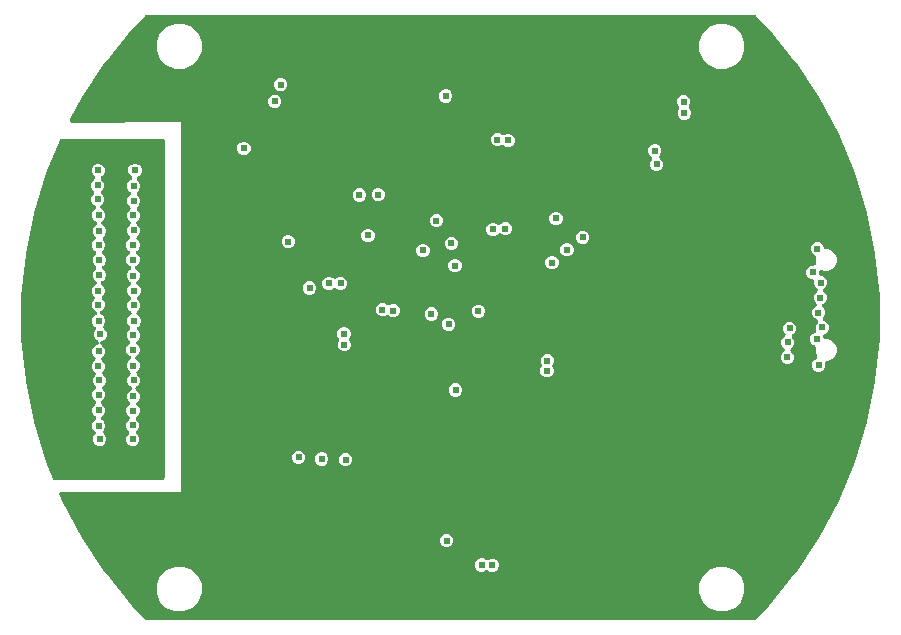
<source format=gbr>
G04 EAGLE Gerber RS-274X export*
G75*
%MOMM*%
%FSLAX34Y34*%
%LPD*%
%INCopper Layer 15*%
%IPPOS*%
%AMOC8*
5,1,8,0,0,1.08239X$1,22.5*%
G01*
%ADD10C,0.610000*%

G36*
X777500Y4008D02*
X777500Y4008D01*
X777570Y4006D01*
X777698Y4028D01*
X777828Y4041D01*
X777895Y4061D01*
X777964Y4073D01*
X778085Y4120D01*
X778210Y4159D01*
X778271Y4192D01*
X778336Y4218D01*
X778445Y4288D01*
X778560Y4350D01*
X778614Y4396D01*
X778672Y4433D01*
X778842Y4588D01*
X778865Y4608D01*
X778870Y4614D01*
X778878Y4621D01*
X789447Y15722D01*
X789478Y15761D01*
X789544Y15832D01*
X812062Y43270D01*
X812094Y43317D01*
X812179Y43427D01*
X831899Y72941D01*
X831926Y72991D01*
X832000Y73109D01*
X848732Y104413D01*
X848754Y104465D01*
X848816Y104590D01*
X862399Y137383D01*
X862416Y137438D01*
X862465Y137568D01*
X872769Y171535D01*
X872780Y171590D01*
X872817Y171725D01*
X879742Y206538D01*
X879747Y206595D01*
X879770Y206732D01*
X883249Y242056D01*
X883249Y242113D01*
X883259Y242252D01*
X883259Y277748D01*
X883253Y277804D01*
X883249Y277944D01*
X879770Y313268D01*
X879759Y313323D01*
X879742Y313462D01*
X872817Y348275D01*
X872808Y348302D01*
X872805Y348328D01*
X872791Y348368D01*
X872769Y348465D01*
X862465Y382432D01*
X862444Y382484D01*
X862399Y382617D01*
X848816Y415410D01*
X848789Y415460D01*
X848732Y415587D01*
X832000Y446891D01*
X831968Y446939D01*
X831899Y447059D01*
X812179Y476572D01*
X812143Y476616D01*
X812062Y476730D01*
X789544Y504168D01*
X789508Y504204D01*
X789447Y504278D01*
X778878Y515379D01*
X778825Y515424D01*
X778779Y515476D01*
X778674Y515554D01*
X778576Y515639D01*
X778515Y515673D01*
X778458Y515715D01*
X778341Y515770D01*
X778227Y515834D01*
X778160Y515855D01*
X778097Y515885D01*
X777970Y515916D01*
X777846Y515956D01*
X777777Y515963D01*
X777709Y515980D01*
X777480Y515996D01*
X777449Y515999D01*
X777442Y515998D01*
X777431Y515999D01*
X262569Y515999D01*
X262500Y515992D01*
X262430Y515994D01*
X262302Y515972D01*
X262172Y515959D01*
X262105Y515939D01*
X262036Y515927D01*
X261915Y515880D01*
X261790Y515841D01*
X261729Y515808D01*
X261664Y515782D01*
X261554Y515712D01*
X261440Y515650D01*
X261387Y515605D01*
X261328Y515567D01*
X261158Y515412D01*
X261135Y515392D01*
X261130Y515386D01*
X261122Y515379D01*
X250553Y504278D01*
X250522Y504238D01*
X250456Y504168D01*
X227938Y476730D01*
X227906Y476683D01*
X227821Y476572D01*
X208101Y447059D01*
X208074Y447009D01*
X208000Y446891D01*
X197818Y427841D01*
X197770Y427725D01*
X197713Y427612D01*
X197694Y427541D01*
X197666Y427472D01*
X197642Y427348D01*
X197609Y427226D01*
X197604Y427153D01*
X197590Y427080D01*
X197591Y426954D01*
X197583Y426828D01*
X197593Y426755D01*
X197594Y426681D01*
X197620Y426557D01*
X197637Y426432D01*
X197662Y426362D01*
X197677Y426290D01*
X197727Y426174D01*
X197769Y426055D01*
X197807Y425991D01*
X197836Y425923D01*
X197908Y425820D01*
X197973Y425712D01*
X198022Y425657D01*
X198065Y425596D01*
X198156Y425509D01*
X198241Y425416D01*
X198301Y425372D01*
X198354Y425321D01*
X198461Y425254D01*
X198563Y425179D01*
X198630Y425148D01*
X198692Y425108D01*
X198810Y425064D01*
X198925Y425011D01*
X198997Y424993D01*
X199066Y424967D01*
X199190Y424947D01*
X199313Y424918D01*
X199410Y424912D01*
X199460Y424903D01*
X199507Y424905D01*
X199592Y424900D01*
X289501Y425388D01*
X291402Y425388D01*
X291402Y113080D01*
X290900Y112579D01*
X190867Y112579D01*
X190844Y112577D01*
X190822Y112579D01*
X190646Y112557D01*
X190470Y112539D01*
X190448Y112533D01*
X190425Y112530D01*
X190257Y112474D01*
X190088Y112421D01*
X190068Y112410D01*
X190046Y112403D01*
X189893Y112315D01*
X189737Y112230D01*
X189720Y112215D01*
X189700Y112204D01*
X189568Y112086D01*
X189432Y111972D01*
X189418Y111954D01*
X189401Y111939D01*
X189294Y111798D01*
X189184Y111659D01*
X189174Y111639D01*
X189160Y111621D01*
X189083Y111461D01*
X189003Y111303D01*
X188997Y111281D01*
X188987Y111261D01*
X188944Y111089D01*
X188897Y110918D01*
X188895Y110895D01*
X188889Y110873D01*
X188881Y110696D01*
X188869Y110520D01*
X188872Y110497D01*
X188870Y110474D01*
X188898Y110299D01*
X188920Y110124D01*
X188928Y110102D01*
X188931Y110080D01*
X189020Y109815D01*
X191184Y104590D01*
X191211Y104540D01*
X191268Y104413D01*
X208000Y73109D01*
X208032Y73061D01*
X208101Y72941D01*
X227821Y43428D01*
X227857Y43384D01*
X227938Y43270D01*
X250456Y15832D01*
X250492Y15796D01*
X250553Y15722D01*
X261122Y4621D01*
X261175Y4576D01*
X261221Y4524D01*
X261326Y4446D01*
X261424Y4361D01*
X261485Y4327D01*
X261542Y4285D01*
X261659Y4230D01*
X261773Y4166D01*
X261840Y4145D01*
X261903Y4115D01*
X262030Y4084D01*
X262154Y4044D01*
X262223Y4037D01*
X262291Y4020D01*
X262520Y4004D01*
X262551Y4001D01*
X262558Y4002D01*
X262569Y4001D01*
X777431Y4001D01*
X777500Y4008D01*
G37*
G36*
X275949Y122332D02*
X275949Y122332D01*
X275979Y122330D01*
X276147Y122352D01*
X276316Y122369D01*
X276345Y122377D01*
X276375Y122381D01*
X276535Y122436D01*
X276698Y122487D01*
X276724Y122501D01*
X276753Y122511D01*
X276899Y122597D01*
X277048Y122678D01*
X277071Y122698D01*
X277097Y122713D01*
X277224Y122826D01*
X277353Y122936D01*
X277372Y122959D01*
X277395Y122980D01*
X277496Y123116D01*
X277602Y123249D01*
X277615Y123276D01*
X277633Y123300D01*
X277705Y123453D01*
X277782Y123605D01*
X277791Y123634D01*
X277803Y123661D01*
X277844Y123826D01*
X277889Y123990D01*
X277891Y124020D01*
X277898Y124049D01*
X277918Y124328D01*
X277918Y409498D01*
X277916Y409513D01*
X277918Y409528D01*
X277896Y409712D01*
X277878Y409895D01*
X277873Y409910D01*
X277872Y409925D01*
X277815Y410100D01*
X277760Y410277D01*
X277753Y410290D01*
X277748Y410305D01*
X277657Y410464D01*
X277568Y410627D01*
X277558Y410639D01*
X277551Y410652D01*
X277430Y410792D01*
X277311Y410933D01*
X277299Y410942D01*
X277289Y410954D01*
X277142Y411066D01*
X276998Y411181D01*
X276984Y411188D01*
X276972Y411197D01*
X276807Y411278D01*
X276642Y411362D01*
X276627Y411366D01*
X276613Y411373D01*
X276435Y411419D01*
X276257Y411468D01*
X276242Y411469D01*
X276227Y411473D01*
X276043Y411483D01*
X275858Y411496D01*
X275843Y411494D01*
X275828Y411495D01*
X275646Y411468D01*
X275462Y411444D01*
X275448Y411440D01*
X275433Y411437D01*
X275317Y411396D01*
X190902Y411499D01*
X190863Y411495D01*
X190824Y411497D01*
X190665Y411475D01*
X190505Y411459D01*
X190467Y411448D01*
X190429Y411442D01*
X190277Y411389D01*
X190123Y411342D01*
X190089Y411323D01*
X190052Y411310D01*
X189914Y411228D01*
X189772Y411150D01*
X189742Y411125D01*
X189709Y411105D01*
X189590Y410997D01*
X189467Y410893D01*
X189442Y410863D01*
X189413Y410836D01*
X189319Y410707D01*
X189218Y410581D01*
X189200Y410546D01*
X189177Y410514D01*
X189053Y410264D01*
X177601Y382617D01*
X177584Y382562D01*
X177535Y382432D01*
X167231Y348465D01*
X167220Y348410D01*
X167183Y348275D01*
X160258Y313462D01*
X160253Y313405D01*
X160230Y313268D01*
X156751Y277944D01*
X156751Y277887D01*
X156741Y277748D01*
X156741Y242252D01*
X156743Y242235D01*
X156742Y242223D01*
X156747Y242184D01*
X156751Y242056D01*
X160230Y206732D01*
X160241Y206677D01*
X160258Y206538D01*
X167183Y171725D01*
X167200Y171671D01*
X167231Y171535D01*
X177535Y137568D01*
X177556Y137516D01*
X177601Y137383D01*
X183325Y123563D01*
X183343Y123529D01*
X183355Y123494D01*
X183438Y123354D01*
X183514Y123211D01*
X183538Y123182D01*
X183558Y123149D01*
X183666Y123028D01*
X183769Y122904D01*
X183799Y122880D01*
X183824Y122852D01*
X183954Y122755D01*
X184081Y122653D01*
X184114Y122636D01*
X184144Y122613D01*
X184291Y122544D01*
X184435Y122469D01*
X184472Y122459D01*
X184506Y122443D01*
X184663Y122405D01*
X184819Y122360D01*
X184857Y122357D01*
X184894Y122348D01*
X185172Y122329D01*
X275919Y122329D01*
X275949Y122332D01*
G37*
%LPC*%
G36*
X249950Y151182D02*
X249950Y151182D01*
X247896Y152033D01*
X246323Y153606D01*
X245472Y155661D01*
X245472Y157885D01*
X246323Y159940D01*
X247564Y161181D01*
X247583Y161204D01*
X247606Y161224D01*
X247710Y161359D01*
X247817Y161490D01*
X247831Y161517D01*
X247850Y161541D01*
X247924Y161693D01*
X248003Y161843D01*
X248012Y161873D01*
X248025Y161900D01*
X248068Y162063D01*
X248116Y162227D01*
X248118Y162257D01*
X248126Y162286D01*
X248135Y162455D01*
X248149Y162625D01*
X248146Y162655D01*
X248148Y162685D01*
X248123Y162853D01*
X248104Y163022D01*
X248094Y163050D01*
X248090Y163080D01*
X248032Y163240D01*
X247980Y163401D01*
X247965Y163428D01*
X247955Y163456D01*
X247867Y163601D01*
X247783Y163749D01*
X247763Y163772D01*
X247747Y163798D01*
X247564Y164008D01*
X246115Y165457D01*
X245264Y167512D01*
X245264Y169736D01*
X246115Y171791D01*
X247928Y173604D01*
X247947Y173628D01*
X247970Y173648D01*
X248073Y173782D01*
X248181Y173913D01*
X248195Y173940D01*
X248213Y173964D01*
X248288Y174117D01*
X248367Y174267D01*
X248376Y174296D01*
X248389Y174323D01*
X248432Y174487D01*
X248479Y174650D01*
X248482Y174680D01*
X248490Y174710D01*
X248499Y174878D01*
X248513Y175048D01*
X248510Y175078D01*
X248511Y175108D01*
X248487Y175276D01*
X248467Y175445D01*
X248458Y175474D01*
X248454Y175504D01*
X248396Y175664D01*
X248344Y175825D01*
X248329Y175851D01*
X248318Y175879D01*
X248231Y176024D01*
X248147Y176172D01*
X248127Y176195D01*
X248111Y176221D01*
X247928Y176432D01*
X246427Y177933D01*
X245576Y179988D01*
X245576Y182212D01*
X246427Y184267D01*
X248096Y185936D01*
X248115Y185959D01*
X248138Y185979D01*
X248241Y186113D01*
X248349Y186245D01*
X248363Y186272D01*
X248381Y186296D01*
X248456Y186448D01*
X248535Y186598D01*
X248544Y186627D01*
X248557Y186654D01*
X248600Y186818D01*
X248647Y186982D01*
X248650Y187012D01*
X248658Y187041D01*
X248667Y187210D01*
X248681Y187380D01*
X248678Y187410D01*
X248680Y187440D01*
X248655Y187607D01*
X248635Y187776D01*
X248626Y187805D01*
X248622Y187835D01*
X248564Y187994D01*
X248512Y188156D01*
X248497Y188182D01*
X248486Y188211D01*
X248399Y188356D01*
X248315Y188504D01*
X248295Y188526D01*
X248279Y188552D01*
X248096Y188763D01*
X246832Y190027D01*
X245981Y192082D01*
X245981Y194306D01*
X246832Y196361D01*
X248405Y197933D01*
X249052Y198201D01*
X249065Y198208D01*
X249080Y198213D01*
X249240Y198303D01*
X249404Y198390D01*
X249415Y198400D01*
X249429Y198407D01*
X249569Y198527D01*
X249711Y198645D01*
X249720Y198657D01*
X249732Y198667D01*
X249846Y198812D01*
X249961Y198956D01*
X249968Y198970D01*
X249978Y198982D01*
X250060Y199147D01*
X250145Y199311D01*
X250149Y199326D01*
X250156Y199339D01*
X250204Y199517D01*
X250255Y199695D01*
X250256Y199711D01*
X250260Y199725D01*
X250271Y199908D01*
X250285Y200094D01*
X250284Y200109D01*
X250284Y200124D01*
X250259Y200306D01*
X250237Y200490D01*
X250232Y200504D01*
X250230Y200519D01*
X250168Y200694D01*
X250110Y200869D01*
X250102Y200882D01*
X250097Y200896D01*
X250002Y201056D01*
X249910Y201215D01*
X249900Y201226D01*
X249893Y201239D01*
X249768Y201376D01*
X249646Y201514D01*
X249634Y201523D01*
X249624Y201535D01*
X249475Y201644D01*
X249328Y201755D01*
X249314Y201762D01*
X249302Y201771D01*
X249052Y201895D01*
X248665Y202056D01*
X247092Y203628D01*
X246241Y205683D01*
X246241Y207907D01*
X247092Y209962D01*
X248515Y211385D01*
X248530Y211403D01*
X248547Y211418D01*
X248656Y211558D01*
X248768Y211695D01*
X248779Y211715D01*
X248793Y211733D01*
X248872Y211891D01*
X248954Y212048D01*
X248961Y212070D01*
X248971Y212090D01*
X249017Y212261D01*
X249067Y212431D01*
X249069Y212454D01*
X249075Y212476D01*
X249086Y212653D01*
X249101Y212829D01*
X249098Y212852D01*
X249100Y212875D01*
X249075Y213050D01*
X249055Y213226D01*
X249048Y213248D01*
X249045Y213270D01*
X248986Y213438D01*
X248931Y213606D01*
X248920Y213626D01*
X248912Y213647D01*
X248821Y213799D01*
X248734Y213953D01*
X248719Y213971D01*
X248708Y213990D01*
X248589Y214121D01*
X248472Y214255D01*
X248454Y214269D01*
X248439Y214286D01*
X248296Y214390D01*
X248252Y214424D01*
X246572Y216104D01*
X245721Y218158D01*
X245721Y220383D01*
X246572Y222437D01*
X248145Y224010D01*
X248305Y224076D01*
X248318Y224083D01*
X248333Y224088D01*
X248494Y224178D01*
X248657Y224265D01*
X248669Y224275D01*
X248682Y224282D01*
X248821Y224402D01*
X248964Y224520D01*
X248974Y224532D01*
X248985Y224542D01*
X249098Y224687D01*
X249215Y224831D01*
X249222Y224845D01*
X249231Y224857D01*
X249313Y225023D01*
X249398Y225186D01*
X249402Y225201D01*
X249409Y225214D01*
X249457Y225393D01*
X249508Y225570D01*
X249509Y225585D01*
X249513Y225600D01*
X249524Y225784D01*
X249539Y225969D01*
X249537Y225984D01*
X249538Y225999D01*
X249512Y226181D01*
X249490Y226365D01*
X249485Y226379D01*
X249483Y226394D01*
X249421Y226569D01*
X249363Y226744D01*
X249355Y226757D01*
X249350Y226771D01*
X249255Y226931D01*
X249164Y227090D01*
X249154Y227101D01*
X249146Y227114D01*
X249021Y227252D01*
X248899Y227389D01*
X248887Y227398D01*
X248877Y227410D01*
X248728Y227519D01*
X248581Y227630D01*
X248567Y227637D01*
X248555Y227646D01*
X248305Y227770D01*
X248058Y227873D01*
X246486Y229445D01*
X245635Y231500D01*
X245635Y233724D01*
X246486Y235779D01*
X248186Y237479D01*
X248205Y237503D01*
X248228Y237523D01*
X248331Y237657D01*
X248439Y237789D01*
X248453Y237815D01*
X248471Y237839D01*
X248546Y237992D01*
X248625Y238142D01*
X248634Y238171D01*
X248647Y238198D01*
X248690Y238362D01*
X248738Y238525D01*
X248740Y238556D01*
X248748Y238585D01*
X248757Y238753D01*
X248771Y238923D01*
X248768Y238954D01*
X248770Y238984D01*
X248745Y239151D01*
X248726Y239320D01*
X248716Y239349D01*
X248712Y239379D01*
X248654Y239538D01*
X248602Y239700D01*
X248587Y239726D01*
X248576Y239755D01*
X248489Y239899D01*
X248405Y240047D01*
X248385Y240070D01*
X248369Y240096D01*
X248186Y240307D01*
X246659Y241834D01*
X245808Y243889D01*
X245808Y246113D01*
X246659Y248168D01*
X248489Y249998D01*
X248508Y250021D01*
X248531Y250041D01*
X248634Y250176D01*
X248742Y250307D01*
X248756Y250334D01*
X248775Y250358D01*
X248849Y250510D01*
X248928Y250661D01*
X248937Y250690D01*
X248950Y250717D01*
X248993Y250881D01*
X249041Y251044D01*
X249043Y251074D01*
X249051Y251103D01*
X249060Y251272D01*
X249075Y251442D01*
X249071Y251472D01*
X249073Y251502D01*
X249048Y251670D01*
X249029Y251839D01*
X249019Y251867D01*
X249015Y251897D01*
X248957Y252058D01*
X248905Y252218D01*
X248890Y252245D01*
X248880Y252273D01*
X248792Y252418D01*
X248708Y252566D01*
X248688Y252589D01*
X248672Y252615D01*
X248489Y252825D01*
X247352Y253963D01*
X246501Y256018D01*
X246501Y258242D01*
X247352Y260297D01*
X248977Y261921D01*
X249079Y261976D01*
X249091Y261986D01*
X249104Y261994D01*
X249244Y262113D01*
X249387Y262232D01*
X249396Y262243D01*
X249408Y262253D01*
X249521Y262398D01*
X249637Y262543D01*
X249644Y262556D01*
X249653Y262568D01*
X249735Y262732D01*
X249821Y262897D01*
X249825Y262912D01*
X249832Y262926D01*
X249880Y263104D01*
X249930Y263282D01*
X249931Y263297D01*
X249935Y263311D01*
X249947Y263495D01*
X249961Y263680D01*
X249959Y263695D01*
X249960Y263710D01*
X249935Y263892D01*
X249912Y264076D01*
X249907Y264091D01*
X249905Y264106D01*
X249844Y264279D01*
X249786Y264455D01*
X249778Y264468D01*
X249773Y264483D01*
X249679Y264641D01*
X249586Y264801D01*
X249576Y264813D01*
X249568Y264826D01*
X249445Y264961D01*
X249322Y265101D01*
X249310Y265110D01*
X249299Y265121D01*
X249151Y265230D01*
X249003Y265342D01*
X248990Y265348D01*
X248977Y265357D01*
X248755Y265468D01*
X247179Y267044D01*
X246328Y269099D01*
X246328Y271323D01*
X247179Y273378D01*
X248919Y275119D01*
X248938Y275142D01*
X248961Y275162D01*
X249064Y275296D01*
X249172Y275428D01*
X249186Y275455D01*
X249204Y275479D01*
X249279Y275631D01*
X249358Y275781D01*
X249367Y275810D01*
X249380Y275837D01*
X249423Y276001D01*
X249470Y276164D01*
X249473Y276195D01*
X249481Y276224D01*
X249490Y276393D01*
X249504Y276562D01*
X249501Y276593D01*
X249503Y276623D01*
X249478Y276791D01*
X249458Y276959D01*
X249449Y276988D01*
X249445Y277018D01*
X249387Y277178D01*
X249335Y277339D01*
X249320Y277365D01*
X249309Y277394D01*
X249222Y277539D01*
X249138Y277686D01*
X249118Y277709D01*
X249102Y277735D01*
X248919Y277946D01*
X247311Y279554D01*
X246459Y281609D01*
X246459Y283833D01*
X247311Y285888D01*
X248768Y287346D01*
X248782Y287363D01*
X248800Y287378D01*
X248909Y287518D01*
X249021Y287655D01*
X249031Y287675D01*
X249045Y287693D01*
X249125Y287852D01*
X249207Y288008D01*
X249213Y288030D01*
X249224Y288050D01*
X249270Y288221D01*
X249319Y288391D01*
X249321Y288414D01*
X249327Y288436D01*
X249338Y288613D01*
X249353Y288789D01*
X249351Y288812D01*
X249352Y288835D01*
X249328Y289011D01*
X249307Y289186D01*
X249300Y289208D01*
X249297Y289230D01*
X249238Y289398D01*
X249184Y289566D01*
X249172Y289586D01*
X249165Y289607D01*
X249074Y289759D01*
X248987Y289913D01*
X248972Y289931D01*
X248960Y289950D01*
X248841Y290081D01*
X248725Y290215D01*
X248707Y290229D01*
X248691Y290246D01*
X248549Y290350D01*
X248408Y290458D01*
X248388Y290468D01*
X248369Y290482D01*
X248119Y290606D01*
X248104Y290613D01*
X246531Y292186D01*
X245680Y294240D01*
X245680Y296465D01*
X246531Y298519D01*
X248103Y300092D01*
X248464Y300241D01*
X248477Y300249D01*
X248492Y300253D01*
X248653Y300343D01*
X248816Y300430D01*
X248827Y300440D01*
X248841Y300447D01*
X248981Y300567D01*
X249123Y300685D01*
X249133Y300697D01*
X249144Y300707D01*
X249258Y300852D01*
X249374Y300997D01*
X249381Y301010D01*
X249390Y301022D01*
X249472Y301188D01*
X249557Y301351D01*
X249561Y301366D01*
X249568Y301379D01*
X249616Y301558D01*
X249667Y301735D01*
X249668Y301751D01*
X249672Y301765D01*
X249683Y301948D01*
X249698Y302134D01*
X249696Y302149D01*
X249697Y302164D01*
X249671Y302346D01*
X249649Y302530D01*
X249644Y302544D01*
X249642Y302559D01*
X249581Y302734D01*
X249522Y302909D01*
X249514Y302922D01*
X249509Y302936D01*
X249414Y303095D01*
X249322Y303255D01*
X249312Y303266D01*
X249305Y303279D01*
X249180Y303416D01*
X249058Y303554D01*
X249046Y303563D01*
X249036Y303575D01*
X248887Y303684D01*
X248740Y303795D01*
X248726Y303802D01*
X248714Y303811D01*
X248464Y303935D01*
X248000Y304128D01*
X246427Y305701D01*
X245576Y307755D01*
X245576Y309979D01*
X246427Y312034D01*
X248188Y313795D01*
X248207Y313819D01*
X248230Y313839D01*
X248333Y313973D01*
X248441Y314105D01*
X248455Y314131D01*
X248473Y314155D01*
X248548Y314308D01*
X248627Y314458D01*
X248636Y314487D01*
X248649Y314514D01*
X248692Y314678D01*
X248739Y314841D01*
X248742Y314871D01*
X248750Y314901D01*
X248759Y315069D01*
X248773Y315239D01*
X248770Y315269D01*
X248771Y315299D01*
X248747Y315467D01*
X248727Y315636D01*
X248718Y315665D01*
X248714Y315695D01*
X248656Y315855D01*
X248604Y316016D01*
X248589Y316042D01*
X248578Y316071D01*
X248491Y316215D01*
X248407Y316363D01*
X248387Y316386D01*
X248371Y316412D01*
X248188Y316623D01*
X246427Y318384D01*
X245576Y320439D01*
X245576Y322663D01*
X246427Y324718D01*
X248188Y326479D01*
X248207Y326502D01*
X248230Y326522D01*
X248333Y326656D01*
X248441Y326788D01*
X248455Y326815D01*
X248473Y326839D01*
X248548Y326991D01*
X248627Y327141D01*
X248636Y327170D01*
X248649Y327197D01*
X248691Y327361D01*
X248739Y327524D01*
X248742Y327555D01*
X248750Y327584D01*
X248759Y327753D01*
X248773Y327922D01*
X248770Y327953D01*
X248771Y327983D01*
X248747Y328150D01*
X248727Y328319D01*
X248718Y328348D01*
X248714Y328378D01*
X248656Y328537D01*
X248603Y328699D01*
X248589Y328725D01*
X248578Y328754D01*
X248490Y328899D01*
X248407Y329046D01*
X248387Y329069D01*
X248371Y329095D01*
X248188Y329306D01*
X246947Y330547D01*
X246096Y332602D01*
X246096Y334826D01*
X246947Y336881D01*
X248712Y338647D01*
X248727Y338665D01*
X248745Y338680D01*
X248853Y338819D01*
X248965Y338956D01*
X248976Y338976D01*
X248990Y338995D01*
X249069Y339153D01*
X249151Y339309D01*
X249158Y339331D01*
X249168Y339352D01*
X249214Y339523D01*
X249264Y339692D01*
X249266Y339716D01*
X249272Y339738D01*
X249283Y339914D01*
X249298Y340090D01*
X249295Y340114D01*
X249296Y340137D01*
X249272Y340312D01*
X249252Y340487D01*
X249245Y340509D01*
X249241Y340532D01*
X249183Y340699D01*
X249128Y340867D01*
X249116Y340887D01*
X249109Y340909D01*
X249018Y341061D01*
X248931Y341214D01*
X248916Y341232D01*
X248904Y341252D01*
X248785Y341382D01*
X248669Y341516D01*
X248651Y341530D01*
X248635Y341547D01*
X248615Y341562D01*
X246843Y343334D01*
X245992Y345389D01*
X245992Y347613D01*
X246843Y349668D01*
X248516Y351342D01*
X248536Y351365D01*
X248558Y351385D01*
X248662Y351519D01*
X248769Y351651D01*
X248783Y351678D01*
X248802Y351702D01*
X248876Y351854D01*
X248955Y352004D01*
X248964Y352034D01*
X248977Y352061D01*
X249020Y352224D01*
X249068Y352388D01*
X249070Y352418D01*
X249078Y352447D01*
X249087Y352616D01*
X249102Y352786D01*
X249098Y352816D01*
X249100Y352846D01*
X249075Y353013D01*
X249056Y353182D01*
X249046Y353211D01*
X249042Y353241D01*
X248985Y353401D01*
X248932Y353562D01*
X248917Y353589D01*
X248907Y353617D01*
X248819Y353762D01*
X248735Y353910D01*
X248715Y353933D01*
X248700Y353958D01*
X248516Y354169D01*
X247153Y355533D01*
X246302Y357588D01*
X246302Y359812D01*
X247153Y361867D01*
X248935Y363649D01*
X248954Y363673D01*
X248977Y363692D01*
X249080Y363826D01*
X249188Y363958D01*
X249202Y363985D01*
X249221Y364009D01*
X249295Y364161D01*
X249374Y364312D01*
X249383Y364341D01*
X249396Y364368D01*
X249439Y364532D01*
X249487Y364695D01*
X249489Y364725D01*
X249497Y364754D01*
X249506Y364923D01*
X249521Y365093D01*
X249517Y365123D01*
X249519Y365153D01*
X249494Y365321D01*
X249475Y365490D01*
X249465Y365518D01*
X249461Y365548D01*
X249403Y365708D01*
X249351Y365869D01*
X249336Y365896D01*
X249326Y365924D01*
X249238Y366069D01*
X249154Y366217D01*
X249134Y366240D01*
X249118Y366266D01*
X248935Y366476D01*
X247153Y368259D01*
X246302Y370314D01*
X246302Y372538D01*
X247153Y374593D01*
X248725Y376165D01*
X249404Y376446D01*
X249424Y376457D01*
X249445Y376464D01*
X249600Y376552D01*
X249756Y376635D01*
X249773Y376650D01*
X249793Y376661D01*
X249926Y376777D01*
X250063Y376890D01*
X250077Y376908D01*
X250094Y376923D01*
X250202Y377063D01*
X250314Y377202D01*
X250324Y377222D01*
X250338Y377240D01*
X250415Y377398D01*
X250497Y377556D01*
X250503Y377578D01*
X250513Y377599D01*
X250558Y377769D01*
X250607Y377940D01*
X250608Y377963D01*
X250614Y377985D01*
X250624Y378161D01*
X250637Y378339D01*
X250635Y378361D01*
X250636Y378384D01*
X250610Y378559D01*
X250589Y378735D01*
X250581Y378756D01*
X250578Y378779D01*
X250518Y378946D01*
X250462Y379114D01*
X250450Y379134D01*
X250443Y379155D01*
X250351Y379306D01*
X250262Y379460D01*
X250247Y379477D01*
X250236Y379496D01*
X250052Y379707D01*
X248213Y381546D01*
X247362Y383601D01*
X247362Y385825D01*
X248213Y387880D01*
X249786Y389453D01*
X251841Y390304D01*
X254065Y390304D01*
X256120Y389453D01*
X257692Y387880D01*
X258544Y385825D01*
X258544Y383601D01*
X257692Y381546D01*
X256120Y379974D01*
X255441Y379693D01*
X255421Y379682D01*
X255400Y379675D01*
X255245Y379587D01*
X255089Y379504D01*
X255072Y379489D01*
X255052Y379478D01*
X254919Y379362D01*
X254782Y379249D01*
X254768Y379231D01*
X254751Y379216D01*
X254643Y379076D01*
X254532Y378937D01*
X254521Y378917D01*
X254507Y378899D01*
X254430Y378740D01*
X254348Y378583D01*
X254342Y378561D01*
X254332Y378540D01*
X254287Y378370D01*
X254239Y378199D01*
X254237Y378176D01*
X254231Y378154D01*
X254221Y377978D01*
X254208Y377800D01*
X254210Y377778D01*
X254209Y377755D01*
X254235Y377580D01*
X254257Y377404D01*
X254264Y377382D01*
X254267Y377360D01*
X254327Y377193D01*
X254383Y377025D01*
X254395Y377005D01*
X254402Y376984D01*
X254494Y376833D01*
X254583Y376679D01*
X254598Y376662D01*
X254610Y376643D01*
X254793Y376432D01*
X256632Y374593D01*
X257483Y372538D01*
X257483Y370314D01*
X256632Y368259D01*
X254849Y366476D01*
X254830Y366453D01*
X254807Y366433D01*
X254704Y366299D01*
X254597Y366167D01*
X254582Y366140D01*
X254564Y366116D01*
X254490Y365964D01*
X254410Y365814D01*
X254402Y365785D01*
X254389Y365758D01*
X254346Y365594D01*
X254298Y365431D01*
X254295Y365400D01*
X254288Y365371D01*
X254279Y365202D01*
X254264Y365033D01*
X254268Y365002D01*
X254266Y364972D01*
X254291Y364804D01*
X254310Y364636D01*
X254319Y364607D01*
X254324Y364577D01*
X254381Y364417D01*
X254434Y364256D01*
X254449Y364230D01*
X254459Y364201D01*
X254547Y364057D01*
X254631Y363909D01*
X254651Y363886D01*
X254666Y363860D01*
X254849Y363649D01*
X256632Y361867D01*
X257483Y359812D01*
X257483Y357588D01*
X256632Y355533D01*
X254958Y353859D01*
X254939Y353836D01*
X254916Y353816D01*
X254813Y353681D01*
X254705Y353550D01*
X254691Y353523D01*
X254673Y353499D01*
X254598Y353347D01*
X254519Y353197D01*
X254511Y353167D01*
X254497Y353140D01*
X254455Y352977D01*
X254407Y352813D01*
X254404Y352783D01*
X254397Y352754D01*
X254387Y352585D01*
X254373Y352415D01*
X254376Y352385D01*
X254375Y352355D01*
X254399Y352188D01*
X254419Y352019D01*
X254428Y351990D01*
X254433Y351960D01*
X254490Y351800D01*
X254543Y351639D01*
X254558Y351612D01*
X254568Y351584D01*
X254656Y351439D01*
X254739Y351291D01*
X254759Y351268D01*
X254775Y351243D01*
X254958Y351032D01*
X256322Y349668D01*
X257173Y347613D01*
X257173Y345389D01*
X256322Y343334D01*
X254556Y341569D01*
X254541Y341551D01*
X254524Y341535D01*
X254416Y341397D01*
X254303Y341259D01*
X254293Y341239D01*
X254278Y341220D01*
X254200Y341063D01*
X254117Y340906D01*
X254111Y340884D01*
X254100Y340863D01*
X254055Y340693D01*
X254005Y340523D01*
X254003Y340500D01*
X253997Y340477D01*
X253986Y340301D01*
X253971Y340125D01*
X253974Y340102D01*
X253972Y340078D01*
X253996Y339904D01*
X254017Y339728D01*
X254024Y339706D01*
X254027Y339683D01*
X254086Y339516D01*
X254141Y339348D01*
X254152Y339328D01*
X254160Y339306D01*
X254250Y339154D01*
X254337Y339001D01*
X254353Y338983D01*
X254365Y338963D01*
X254483Y338833D01*
X254600Y338699D01*
X254618Y338685D01*
X254634Y338668D01*
X254653Y338654D01*
X256426Y336881D01*
X257277Y334826D01*
X257277Y332602D01*
X256426Y330547D01*
X254665Y328786D01*
X254646Y328763D01*
X254623Y328743D01*
X254519Y328608D01*
X254412Y328477D01*
X254398Y328450D01*
X254379Y328426D01*
X254305Y328273D01*
X254226Y328124D01*
X254217Y328095D01*
X254204Y328067D01*
X254161Y327903D01*
X254113Y327740D01*
X254111Y327710D01*
X254103Y327681D01*
X254094Y327512D01*
X254079Y327342D01*
X254083Y327312D01*
X254081Y327282D01*
X254106Y327114D01*
X254125Y326946D01*
X254135Y326917D01*
X254139Y326887D01*
X254197Y326727D01*
X254249Y326566D01*
X254264Y326540D01*
X254274Y326511D01*
X254362Y326366D01*
X254446Y326218D01*
X254466Y326195D01*
X254482Y326170D01*
X254665Y325959D01*
X255906Y324718D01*
X256757Y322663D01*
X256757Y320439D01*
X255906Y318384D01*
X254145Y316623D01*
X254126Y316599D01*
X254103Y316579D01*
X254000Y316445D01*
X253892Y316313D01*
X253878Y316287D01*
X253860Y316263D01*
X253785Y316110D01*
X253706Y315960D01*
X253697Y315931D01*
X253684Y315904D01*
X253641Y315740D01*
X253594Y315577D01*
X253591Y315547D01*
X253583Y315517D01*
X253574Y315349D01*
X253560Y315179D01*
X253563Y315149D01*
X253562Y315119D01*
X253586Y314951D01*
X253606Y314782D01*
X253615Y314753D01*
X253619Y314723D01*
X253677Y314563D01*
X253729Y314402D01*
X253744Y314376D01*
X253755Y314348D01*
X253842Y314203D01*
X253926Y314055D01*
X253946Y314032D01*
X253962Y314006D01*
X254145Y313795D01*
X255906Y312034D01*
X256757Y309979D01*
X256757Y307755D01*
X255906Y305701D01*
X254333Y304128D01*
X253973Y303979D01*
X253960Y303971D01*
X253945Y303967D01*
X253783Y303877D01*
X253621Y303790D01*
X253610Y303780D01*
X253596Y303773D01*
X253456Y303652D01*
X253314Y303534D01*
X253304Y303523D01*
X253293Y303513D01*
X253179Y303367D01*
X253063Y303223D01*
X253056Y303210D01*
X253047Y303198D01*
X252964Y303032D01*
X252880Y302869D01*
X252876Y302854D01*
X252869Y302840D01*
X252821Y302662D01*
X252770Y302485D01*
X252769Y302469D01*
X252765Y302455D01*
X252754Y302272D01*
X252739Y302086D01*
X252741Y302071D01*
X252740Y302056D01*
X252765Y301874D01*
X252788Y301690D01*
X252793Y301675D01*
X252795Y301660D01*
X252856Y301486D01*
X252915Y301311D01*
X252922Y301298D01*
X252928Y301284D01*
X253022Y301125D01*
X253114Y300965D01*
X253124Y300954D01*
X253132Y300941D01*
X253257Y300804D01*
X253379Y300666D01*
X253391Y300656D01*
X253401Y300645D01*
X253550Y300536D01*
X253697Y300425D01*
X253711Y300418D01*
X253723Y300409D01*
X253973Y300284D01*
X254437Y300092D01*
X256010Y298519D01*
X256861Y296465D01*
X256861Y294240D01*
X256010Y292186D01*
X254553Y290728D01*
X254538Y290711D01*
X254521Y290696D01*
X254411Y290555D01*
X254300Y290419D01*
X254289Y290399D01*
X254275Y290381D01*
X254196Y290222D01*
X254113Y290066D01*
X254107Y290044D01*
X254097Y290024D01*
X254051Y289852D01*
X254001Y289682D01*
X253999Y289660D01*
X253993Y289638D01*
X253982Y289461D01*
X253967Y289284D01*
X253970Y289262D01*
X253968Y289239D01*
X253993Y289063D01*
X254013Y288888D01*
X254020Y288866D01*
X254023Y288844D01*
X254082Y288676D01*
X254137Y288508D01*
X254148Y288488D01*
X254156Y288467D01*
X254246Y288315D01*
X254334Y288160D01*
X254349Y288143D01*
X254360Y288124D01*
X254479Y287993D01*
X254596Y287859D01*
X254614Y287845D01*
X254629Y287828D01*
X254772Y287723D01*
X254913Y287615D01*
X254933Y287605D01*
X254951Y287592D01*
X255201Y287467D01*
X255217Y287461D01*
X256790Y285888D01*
X257641Y283833D01*
X257641Y281609D01*
X256790Y279554D01*
X255049Y277814D01*
X255030Y277791D01*
X255007Y277771D01*
X254904Y277636D01*
X254797Y277505D01*
X254783Y277478D01*
X254764Y277454D01*
X254689Y277301D01*
X254610Y277152D01*
X254602Y277123D01*
X254589Y277095D01*
X254546Y276931D01*
X254498Y276768D01*
X254495Y276738D01*
X254488Y276709D01*
X254479Y276540D01*
X254464Y276370D01*
X254468Y276340D01*
X254466Y276310D01*
X254490Y276142D01*
X254510Y275973D01*
X254519Y275945D01*
X254524Y275915D01*
X254581Y275755D01*
X254634Y275594D01*
X254649Y275568D01*
X254659Y275539D01*
X254747Y275394D01*
X254831Y275246D01*
X254851Y275223D01*
X254866Y275197D01*
X255049Y274987D01*
X256658Y273378D01*
X257509Y271323D01*
X257509Y269099D01*
X256658Y267044D01*
X255033Y265420D01*
X254931Y265365D01*
X254919Y265355D01*
X254906Y265347D01*
X254766Y265228D01*
X254623Y265109D01*
X254614Y265097D01*
X254602Y265088D01*
X254489Y264943D01*
X254373Y264798D01*
X254366Y264785D01*
X254356Y264773D01*
X254274Y264608D01*
X254189Y264444D01*
X254185Y264429D01*
X254178Y264415D01*
X254130Y264237D01*
X254080Y264059D01*
X254078Y264044D01*
X254075Y264030D01*
X254063Y263846D01*
X254049Y263661D01*
X254051Y263646D01*
X254050Y263631D01*
X254075Y263449D01*
X254098Y263265D01*
X254102Y263250D01*
X254105Y263235D01*
X254166Y263062D01*
X254224Y262886D01*
X254232Y262873D01*
X254237Y262858D01*
X254331Y262700D01*
X254424Y262540D01*
X254434Y262528D01*
X254442Y262515D01*
X254565Y262380D01*
X254688Y262240D01*
X254700Y262231D01*
X254710Y262220D01*
X254859Y262111D01*
X255007Y261999D01*
X255020Y261993D01*
X255033Y261984D01*
X255254Y261873D01*
X256831Y260297D01*
X257682Y258242D01*
X257682Y256018D01*
X256831Y253963D01*
X255001Y252132D01*
X254982Y252109D01*
X254959Y252089D01*
X254856Y251955D01*
X254748Y251823D01*
X254734Y251796D01*
X254715Y251772D01*
X254641Y251620D01*
X254562Y251470D01*
X254553Y251441D01*
X254540Y251414D01*
X254497Y251250D01*
X254449Y251087D01*
X254447Y251056D01*
X254439Y251027D01*
X254430Y250858D01*
X254415Y250689D01*
X254419Y250658D01*
X254417Y250628D01*
X254442Y250461D01*
X254461Y250292D01*
X254471Y250263D01*
X254475Y250233D01*
X254532Y250074D01*
X254585Y249912D01*
X254600Y249886D01*
X254610Y249857D01*
X254698Y249712D01*
X254782Y249564D01*
X254802Y249542D01*
X254818Y249516D01*
X255001Y249305D01*
X256138Y248168D01*
X256989Y246113D01*
X256989Y243889D01*
X256138Y241834D01*
X254438Y240134D01*
X254419Y240110D01*
X254396Y240090D01*
X254292Y239956D01*
X254185Y239824D01*
X254171Y239798D01*
X254152Y239774D01*
X254078Y239621D01*
X253999Y239471D01*
X253990Y239442D01*
X253977Y239415D01*
X253934Y239251D01*
X253886Y239088D01*
X253884Y239057D01*
X253876Y239028D01*
X253867Y238860D01*
X253852Y238690D01*
X253856Y238660D01*
X253854Y238629D01*
X253879Y238462D01*
X253898Y238293D01*
X253908Y238264D01*
X253912Y238234D01*
X253969Y238075D01*
X254022Y237913D01*
X254037Y237887D01*
X254047Y237858D01*
X254135Y237714D01*
X254219Y237566D01*
X254239Y237543D01*
X254255Y237517D01*
X254438Y237306D01*
X255965Y235779D01*
X256816Y233724D01*
X256816Y231500D01*
X255965Y229445D01*
X254392Y227873D01*
X254232Y227806D01*
X254219Y227799D01*
X254205Y227795D01*
X254043Y227705D01*
X253880Y227618D01*
X253869Y227608D01*
X253856Y227600D01*
X253716Y227481D01*
X253573Y227362D01*
X253564Y227351D01*
X253552Y227341D01*
X253439Y227195D01*
X253323Y227051D01*
X253316Y227038D01*
X253306Y227026D01*
X253223Y226859D01*
X253139Y226697D01*
X253135Y226682D01*
X253128Y226668D01*
X253080Y226489D01*
X253030Y226312D01*
X253028Y226297D01*
X253024Y226283D01*
X253013Y226099D01*
X252999Y225914D01*
X253001Y225899D01*
X253000Y225884D01*
X253025Y225702D01*
X253048Y225518D01*
X253052Y225503D01*
X253054Y225488D01*
X253116Y225314D01*
X253174Y225139D01*
X253182Y225126D01*
X253187Y225111D01*
X253282Y224952D01*
X253374Y224793D01*
X253384Y224782D01*
X253392Y224768D01*
X253517Y224631D01*
X253638Y224493D01*
X253650Y224484D01*
X253660Y224473D01*
X253810Y224363D01*
X253956Y224252D01*
X253970Y224246D01*
X253982Y224237D01*
X254232Y224112D01*
X254479Y224010D01*
X256052Y222437D01*
X256903Y220383D01*
X256903Y218158D01*
X256051Y216104D01*
X254628Y214680D01*
X254614Y214663D01*
X254597Y214648D01*
X254488Y214508D01*
X254375Y214371D01*
X254365Y214351D01*
X254351Y214333D01*
X254272Y214175D01*
X254189Y214018D01*
X254183Y213996D01*
X254173Y213976D01*
X254127Y213805D01*
X254077Y213635D01*
X254075Y213612D01*
X254069Y213590D01*
X254058Y213413D01*
X254043Y213237D01*
X254045Y213214D01*
X254044Y213191D01*
X254068Y213016D01*
X254089Y212840D01*
X254096Y212818D01*
X254099Y212796D01*
X254158Y212628D01*
X254213Y212460D01*
X254224Y212440D01*
X254231Y212419D01*
X254322Y212267D01*
X254409Y212113D01*
X254424Y212095D01*
X254436Y212076D01*
X254555Y211945D01*
X254671Y211811D01*
X254690Y211797D01*
X254705Y211780D01*
X254847Y211676D01*
X254891Y211642D01*
X256571Y209962D01*
X257422Y207907D01*
X257422Y205683D01*
X256571Y203628D01*
X254999Y202056D01*
X254352Y201788D01*
X254338Y201781D01*
X254324Y201776D01*
X254162Y201686D01*
X254000Y201599D01*
X253988Y201589D01*
X253975Y201582D01*
X253835Y201462D01*
X253692Y201344D01*
X253683Y201332D01*
X253671Y201322D01*
X253558Y201177D01*
X253442Y201033D01*
X253435Y201019D01*
X253426Y201007D01*
X253343Y200842D01*
X253258Y200678D01*
X253254Y200663D01*
X253247Y200650D01*
X253199Y200471D01*
X253149Y200294D01*
X253148Y200279D01*
X253144Y200264D01*
X253132Y200080D01*
X253118Y199895D01*
X253120Y199880D01*
X253119Y199865D01*
X253144Y199683D01*
X253167Y199499D01*
X253172Y199485D01*
X253174Y199470D01*
X253235Y199296D01*
X253294Y199120D01*
X253301Y199107D01*
X253306Y199093D01*
X253401Y198934D01*
X253493Y198774D01*
X253503Y198763D01*
X253511Y198750D01*
X253635Y198613D01*
X253757Y198475D01*
X253770Y198466D01*
X253780Y198454D01*
X253929Y198345D01*
X254076Y198234D01*
X254090Y198227D01*
X254102Y198218D01*
X254352Y198094D01*
X254739Y197933D01*
X256311Y196361D01*
X257163Y194306D01*
X257163Y192082D01*
X256311Y190027D01*
X254642Y188358D01*
X254623Y188334D01*
X254600Y188314D01*
X254497Y188180D01*
X254389Y188049D01*
X254375Y188022D01*
X254357Y187998D01*
X254282Y187845D01*
X254203Y187695D01*
X254195Y187666D01*
X254181Y187639D01*
X254139Y187475D01*
X254091Y187312D01*
X254088Y187282D01*
X254081Y187252D01*
X254071Y187084D01*
X254057Y186914D01*
X254060Y186884D01*
X254059Y186854D01*
X254083Y186686D01*
X254103Y186517D01*
X254112Y186488D01*
X254117Y186458D01*
X254174Y186298D01*
X254227Y186137D01*
X254242Y186111D01*
X254252Y186083D01*
X254340Y185938D01*
X254423Y185790D01*
X254443Y185767D01*
X254459Y185741D01*
X254642Y185530D01*
X255906Y184267D01*
X256757Y182212D01*
X256757Y179988D01*
X255906Y177933D01*
X254093Y176120D01*
X254074Y176096D01*
X254051Y176076D01*
X253948Y175942D01*
X253840Y175810D01*
X253826Y175784D01*
X253808Y175760D01*
X253733Y175607D01*
X253654Y175457D01*
X253645Y175428D01*
X253632Y175401D01*
X253589Y175237D01*
X253542Y175074D01*
X253539Y175044D01*
X253531Y175014D01*
X253522Y174846D01*
X253508Y174676D01*
X253511Y174646D01*
X253510Y174616D01*
X253534Y174448D01*
X253554Y174279D01*
X253563Y174250D01*
X253567Y174220D01*
X253625Y174061D01*
X253677Y173899D01*
X253692Y173873D01*
X253703Y173845D01*
X253791Y173700D01*
X253874Y173552D01*
X253894Y173529D01*
X253910Y173503D01*
X254093Y173292D01*
X255594Y171791D01*
X256445Y169736D01*
X256445Y167512D01*
X255594Y165457D01*
X254353Y164216D01*
X254334Y164193D01*
X254311Y164173D01*
X254207Y164038D01*
X254100Y163907D01*
X254086Y163880D01*
X254068Y163856D01*
X253993Y163704D01*
X253914Y163554D01*
X253905Y163525D01*
X253892Y163497D01*
X253849Y163334D01*
X253801Y163170D01*
X253799Y163140D01*
X253791Y163111D01*
X253782Y162942D01*
X253768Y162772D01*
X253771Y162742D01*
X253769Y162712D01*
X253794Y162545D01*
X253813Y162376D01*
X253823Y162347D01*
X253827Y162317D01*
X253885Y162157D01*
X253937Y161996D01*
X253952Y161970D01*
X253963Y161941D01*
X254050Y161796D01*
X254134Y161648D01*
X254154Y161625D01*
X254170Y161600D01*
X254353Y161389D01*
X255802Y159940D01*
X256653Y157885D01*
X256653Y155661D01*
X255802Y153606D01*
X254229Y152033D01*
X252175Y151182D01*
X249950Y151182D01*
G37*
%LPD*%
%LPC*%
G36*
X221951Y151529D02*
X221951Y151529D01*
X219896Y152381D01*
X218323Y153953D01*
X217472Y156008D01*
X217472Y158232D01*
X218323Y160287D01*
X218920Y160884D01*
X218939Y160907D01*
X218962Y160927D01*
X219065Y161061D01*
X219172Y161193D01*
X219186Y161220D01*
X219205Y161244D01*
X219279Y161396D01*
X219359Y161546D01*
X219367Y161575D01*
X219380Y161602D01*
X219423Y161766D01*
X219471Y161929D01*
X219474Y161960D01*
X219481Y161989D01*
X219490Y162158D01*
X219505Y162327D01*
X219501Y162358D01*
X219503Y162388D01*
X219479Y162555D01*
X219459Y162724D01*
X219450Y162753D01*
X219445Y162783D01*
X219388Y162942D01*
X219335Y163104D01*
X219320Y163130D01*
X219310Y163159D01*
X219222Y163304D01*
X219138Y163451D01*
X219118Y163474D01*
X219103Y163500D01*
X218920Y163711D01*
X217547Y165084D01*
X216696Y167139D01*
X216696Y169363D01*
X217547Y171418D01*
X219142Y173013D01*
X219213Y173052D01*
X219375Y173139D01*
X219387Y173149D01*
X219400Y173157D01*
X219541Y173277D01*
X219683Y173395D01*
X219692Y173406D01*
X219704Y173416D01*
X219818Y173563D01*
X219933Y173706D01*
X219940Y173719D01*
X219950Y173731D01*
X220032Y173897D01*
X220117Y174060D01*
X220121Y174075D01*
X220128Y174089D01*
X220176Y174267D01*
X220226Y174444D01*
X220228Y174460D01*
X220232Y174474D01*
X220243Y174659D01*
X220257Y174843D01*
X220256Y174858D01*
X220256Y174873D01*
X220231Y175056D01*
X220208Y175239D01*
X220204Y175253D01*
X220202Y175269D01*
X220140Y175443D01*
X220082Y175618D01*
X220074Y175631D01*
X220069Y175645D01*
X219975Y175804D01*
X219882Y175964D01*
X219872Y175975D01*
X219865Y175988D01*
X219739Y176126D01*
X219618Y176263D01*
X219606Y176273D01*
X219596Y176284D01*
X219446Y176393D01*
X219300Y176504D01*
X219286Y176511D01*
X219274Y176520D01*
X219024Y176645D01*
X218861Y176712D01*
X217288Y178285D01*
X216437Y180340D01*
X216437Y182564D01*
X217288Y184619D01*
X218861Y186191D01*
X218894Y186205D01*
X218908Y186213D01*
X218922Y186217D01*
X219082Y186306D01*
X219246Y186394D01*
X219258Y186404D01*
X219271Y186411D01*
X219410Y186530D01*
X219554Y186649D01*
X219563Y186661D01*
X219575Y186671D01*
X219687Y186816D01*
X219804Y186961D01*
X219811Y186974D01*
X219820Y186986D01*
X219903Y187151D01*
X219988Y187315D01*
X219992Y187330D01*
X219999Y187343D01*
X220046Y187521D01*
X220097Y187699D01*
X220098Y187715D01*
X220102Y187729D01*
X220113Y187910D01*
X220128Y188098D01*
X220126Y188113D01*
X220127Y188128D01*
X220102Y188310D01*
X220079Y188494D01*
X220074Y188508D01*
X220072Y188523D01*
X220011Y188698D01*
X219952Y188873D01*
X219945Y188886D01*
X219940Y188900D01*
X219845Y189059D01*
X219753Y189219D01*
X219743Y189230D01*
X219735Y189243D01*
X219610Y189381D01*
X219489Y189518D01*
X219477Y189527D01*
X219466Y189539D01*
X219316Y189649D01*
X219170Y189759D01*
X219157Y189766D01*
X219144Y189775D01*
X218894Y189900D01*
X218861Y189913D01*
X217288Y191486D01*
X216437Y193541D01*
X216437Y195765D01*
X217288Y197820D01*
X219014Y199546D01*
X219068Y199593D01*
X219204Y199705D01*
X219218Y199723D01*
X219236Y199739D01*
X219343Y199879D01*
X219454Y200016D01*
X219465Y200037D01*
X219479Y200055D01*
X219557Y200214D01*
X219638Y200371D01*
X219644Y200393D01*
X219655Y200414D01*
X219699Y200585D01*
X219748Y200755D01*
X219749Y200778D01*
X219755Y200801D01*
X219765Y200977D01*
X219779Y201153D01*
X219776Y201176D01*
X219777Y201199D01*
X219752Y201374D01*
X219730Y201550D01*
X219723Y201572D01*
X219719Y201595D01*
X219659Y201762D01*
X219603Y201928D01*
X219592Y201948D01*
X219584Y201970D01*
X219492Y202122D01*
X219404Y202275D01*
X219389Y202292D01*
X219377Y202312D01*
X219194Y202523D01*
X218064Y203652D01*
X217213Y205707D01*
X217213Y207931D01*
X218064Y209986D01*
X218935Y210856D01*
X218949Y210874D01*
X218967Y210889D01*
X219076Y211029D01*
X219188Y211165D01*
X219198Y211186D01*
X219212Y211204D01*
X219291Y211362D01*
X219374Y211519D01*
X219380Y211541D01*
X219391Y211561D01*
X219436Y211732D01*
X219486Y211902D01*
X219488Y211925D01*
X219494Y211947D01*
X219505Y212124D01*
X219520Y212300D01*
X219517Y212323D01*
X219519Y212346D01*
X219495Y212521D01*
X219474Y212697D01*
X219467Y212719D01*
X219464Y212741D01*
X219405Y212909D01*
X219350Y213077D01*
X219339Y213096D01*
X219331Y213118D01*
X219241Y213270D01*
X219154Y213424D01*
X219138Y213441D01*
X219127Y213461D01*
X219007Y213592D01*
X218892Y213726D01*
X218873Y213739D01*
X218858Y213757D01*
X218759Y213829D01*
X217029Y215559D01*
X216178Y217614D01*
X216178Y219838D01*
X217029Y221893D01*
X218755Y223618D01*
X218809Y223665D01*
X218945Y223778D01*
X218960Y223796D01*
X218977Y223811D01*
X219085Y223952D01*
X219196Y224089D01*
X219206Y224110D01*
X219220Y224128D01*
X219298Y224287D01*
X219379Y224444D01*
X219386Y224466D01*
X219396Y224487D01*
X219440Y224658D01*
X219489Y224828D01*
X219491Y224851D01*
X219497Y224873D01*
X219506Y225050D01*
X219520Y225226D01*
X219517Y225249D01*
X219518Y225272D01*
X219493Y225447D01*
X219471Y225623D01*
X219464Y225645D01*
X219461Y225667D01*
X219401Y225834D01*
X219345Y226002D01*
X219333Y226022D01*
X219325Y226043D01*
X219234Y226194D01*
X219145Y226348D01*
X219130Y226365D01*
X219118Y226385D01*
X218935Y226595D01*
X217288Y228242D01*
X216437Y230297D01*
X216437Y232521D01*
X217288Y234576D01*
X218861Y236149D01*
X220920Y237002D01*
X220934Y237009D01*
X220948Y237014D01*
X221110Y237104D01*
X221272Y237191D01*
X221284Y237201D01*
X221297Y237208D01*
X221438Y237328D01*
X221580Y237446D01*
X221589Y237458D01*
X221601Y237468D01*
X221714Y237613D01*
X221830Y237757D01*
X221837Y237771D01*
X221846Y237783D01*
X221928Y237947D01*
X222014Y238112D01*
X222018Y238127D01*
X222025Y238140D01*
X222072Y238318D01*
X222123Y238496D01*
X222124Y238511D01*
X222128Y238526D01*
X222140Y238709D01*
X222154Y238894D01*
X222152Y238910D01*
X222153Y238925D01*
X222128Y239107D01*
X222105Y239291D01*
X222100Y239305D01*
X222098Y239320D01*
X222037Y239495D01*
X221979Y239670D01*
X221971Y239683D01*
X221966Y239697D01*
X221871Y239856D01*
X221779Y240016D01*
X221769Y240027D01*
X221761Y240040D01*
X221637Y240177D01*
X221515Y240315D01*
X221503Y240324D01*
X221492Y240336D01*
X221344Y240445D01*
X221196Y240556D01*
X221183Y240563D01*
X221170Y240572D01*
X220920Y240696D01*
X220413Y240906D01*
X218841Y242479D01*
X217989Y244534D01*
X217989Y246758D01*
X218841Y248813D01*
X219308Y249280D01*
X219327Y249303D01*
X219350Y249323D01*
X219453Y249458D01*
X219561Y249589D01*
X219575Y249616D01*
X219593Y249640D01*
X219668Y249792D01*
X219747Y249942D01*
X219755Y249972D01*
X219769Y249999D01*
X219811Y250162D01*
X219859Y250326D01*
X219862Y250356D01*
X219869Y250385D01*
X219879Y250554D01*
X219893Y250724D01*
X219890Y250754D01*
X219891Y250784D01*
X219867Y250951D01*
X219847Y251121D01*
X219838Y251149D01*
X219833Y251179D01*
X219776Y251339D01*
X219723Y251500D01*
X219708Y251527D01*
X219698Y251555D01*
X219610Y251700D01*
X219526Y251848D01*
X219507Y251871D01*
X219491Y251897D01*
X219308Y252107D01*
X217547Y253868D01*
X216696Y255923D01*
X216696Y258147D01*
X217547Y260202D01*
X219119Y261775D01*
X219519Y261940D01*
X219533Y261947D01*
X219547Y261952D01*
X219709Y262042D01*
X219871Y262129D01*
X219883Y262139D01*
X219896Y262146D01*
X220036Y262266D01*
X220178Y262384D01*
X220188Y262396D01*
X220199Y262406D01*
X220313Y262551D01*
X220429Y262696D01*
X220436Y262709D01*
X220445Y262721D01*
X220528Y262886D01*
X220613Y263050D01*
X220617Y263065D01*
X220623Y263078D01*
X220671Y263257D01*
X220722Y263434D01*
X220723Y263450D01*
X220727Y263464D01*
X220739Y263647D01*
X220753Y263833D01*
X220751Y263848D01*
X220752Y263863D01*
X220727Y264044D01*
X220704Y264229D01*
X220699Y264243D01*
X220697Y264258D01*
X220636Y264432D01*
X220577Y264608D01*
X220570Y264621D01*
X220565Y264635D01*
X220470Y264794D01*
X220378Y264954D01*
X220368Y264965D01*
X220360Y264978D01*
X220236Y265115D01*
X220114Y265253D01*
X220101Y265263D01*
X220091Y265274D01*
X219942Y265383D01*
X219795Y265494D01*
X219781Y265501D01*
X219769Y265510D01*
X219519Y265634D01*
X218602Y266014D01*
X217029Y267587D01*
X216178Y269642D01*
X216178Y271866D01*
X217029Y273921D01*
X218273Y275164D01*
X218292Y275188D01*
X218315Y275208D01*
X218418Y275342D01*
X218525Y275474D01*
X218540Y275500D01*
X218558Y275524D01*
X218633Y275677D01*
X218712Y275827D01*
X218720Y275856D01*
X218734Y275883D01*
X218776Y276047D01*
X218824Y276210D01*
X218827Y276241D01*
X218834Y276270D01*
X218844Y276439D01*
X218858Y276608D01*
X218855Y276639D01*
X218856Y276669D01*
X218832Y276836D01*
X218812Y277005D01*
X218803Y277034D01*
X218798Y277064D01*
X218741Y277223D01*
X218688Y277385D01*
X218673Y277411D01*
X218663Y277440D01*
X218575Y277584D01*
X218491Y277732D01*
X218472Y277755D01*
X218456Y277781D01*
X218273Y277992D01*
X217029Y279235D01*
X216178Y281290D01*
X216178Y283514D01*
X217029Y285569D01*
X218602Y287142D01*
X219336Y287446D01*
X219349Y287453D01*
X219364Y287458D01*
X219525Y287547D01*
X219688Y287635D01*
X219700Y287645D01*
X219713Y287652D01*
X219853Y287771D01*
X219995Y287890D01*
X220005Y287902D01*
X220016Y287912D01*
X220129Y288057D01*
X220246Y288201D01*
X220253Y288215D01*
X220262Y288227D01*
X220344Y288391D01*
X220429Y288556D01*
X220434Y288571D01*
X220440Y288584D01*
X220488Y288761D01*
X220539Y288940D01*
X220540Y288955D01*
X220544Y288970D01*
X220555Y289153D01*
X220570Y289338D01*
X220568Y289353D01*
X220569Y289368D01*
X220543Y289551D01*
X220521Y289735D01*
X220516Y289749D01*
X220514Y289764D01*
X220453Y289939D01*
X220394Y290113D01*
X220387Y290127D01*
X220382Y290141D01*
X220287Y290299D01*
X220195Y290459D01*
X220185Y290471D01*
X220177Y290484D01*
X220052Y290621D01*
X219930Y290759D01*
X219918Y290768D01*
X219908Y290779D01*
X219758Y290889D01*
X219612Y291000D01*
X219598Y291006D01*
X219586Y291015D01*
X219385Y291116D01*
X217805Y292695D01*
X216954Y294750D01*
X216954Y296974D01*
X217805Y299029D01*
X219567Y300790D01*
X219586Y300814D01*
X219609Y300834D01*
X219712Y300968D01*
X219819Y301100D01*
X219834Y301126D01*
X219852Y301150D01*
X219927Y301303D01*
X220006Y301453D01*
X220014Y301482D01*
X220028Y301509D01*
X220070Y301673D01*
X220118Y301836D01*
X220121Y301866D01*
X220128Y301896D01*
X220138Y302064D01*
X220152Y302234D01*
X220149Y302264D01*
X220150Y302294D01*
X220126Y302462D01*
X220106Y302631D01*
X220097Y302660D01*
X220092Y302690D01*
X220035Y302850D01*
X219982Y303011D01*
X219967Y303037D01*
X219957Y303065D01*
X219869Y303210D01*
X219785Y303358D01*
X219765Y303381D01*
X219750Y303407D01*
X219567Y303618D01*
X217805Y305379D01*
X216954Y307434D01*
X216954Y309658D01*
X217805Y311713D01*
X219636Y313543D01*
X219650Y313560D01*
X219667Y313575D01*
X219776Y313714D01*
X219888Y313852D01*
X219899Y313872D01*
X219913Y313890D01*
X219992Y314048D01*
X220075Y314205D01*
X220081Y314227D01*
X220091Y314247D01*
X220137Y314418D01*
X220187Y314588D01*
X220189Y314611D01*
X220195Y314633D01*
X220206Y314809D01*
X220221Y314986D01*
X220218Y315009D01*
X220220Y315032D01*
X220195Y315207D01*
X220175Y315383D01*
X220168Y315405D01*
X220165Y315427D01*
X220106Y315595D01*
X220051Y315763D01*
X220040Y315783D01*
X220032Y315804D01*
X219942Y315956D01*
X219854Y316111D01*
X219839Y316128D01*
X219828Y316147D01*
X219709Y316278D01*
X219592Y316412D01*
X219574Y316426D01*
X219559Y316443D01*
X219416Y316547D01*
X219276Y316655D01*
X219255Y316665D01*
X219237Y316679D01*
X219142Y316726D01*
X217547Y318321D01*
X216696Y320376D01*
X216696Y322600D01*
X217547Y324655D01*
X219049Y326157D01*
X219068Y326181D01*
X219091Y326201D01*
X219195Y326336D01*
X219302Y326466D01*
X219316Y326493D01*
X219334Y326517D01*
X219409Y326670D01*
X219488Y326820D01*
X219497Y326849D01*
X219510Y326876D01*
X219553Y327040D01*
X219600Y327203D01*
X219603Y327233D01*
X219611Y327263D01*
X219620Y327431D01*
X219634Y327601D01*
X219631Y327631D01*
X219633Y327661D01*
X219608Y327829D01*
X219588Y327998D01*
X219579Y328027D01*
X219575Y328057D01*
X219517Y328216D01*
X219465Y328378D01*
X219450Y328404D01*
X219439Y328432D01*
X219351Y328578D01*
X219268Y328725D01*
X219248Y328748D01*
X219232Y328774D01*
X219049Y328985D01*
X218064Y329969D01*
X217213Y332024D01*
X217213Y334248D01*
X218064Y336303D01*
X219637Y337876D01*
X219724Y337912D01*
X219738Y337919D01*
X219752Y337924D01*
X219913Y338013D01*
X220076Y338101D01*
X220088Y338111D01*
X220101Y338118D01*
X220241Y338237D01*
X220383Y338356D01*
X220393Y338368D01*
X220405Y338378D01*
X220518Y338523D01*
X220634Y338667D01*
X220641Y338681D01*
X220650Y338693D01*
X220733Y338857D01*
X220818Y339022D01*
X220822Y339036D01*
X220829Y339050D01*
X220877Y339229D01*
X220927Y339406D01*
X220928Y339421D01*
X220932Y339436D01*
X220944Y339619D01*
X220958Y339804D01*
X220956Y339819D01*
X220957Y339834D01*
X220932Y340016D01*
X220909Y340201D01*
X220904Y340215D01*
X220902Y340230D01*
X220841Y340404D01*
X220782Y340579D01*
X220775Y340593D01*
X220770Y340607D01*
X220675Y340765D01*
X220583Y340925D01*
X220573Y340937D01*
X220565Y340950D01*
X220441Y341086D01*
X220319Y341225D01*
X220307Y341234D01*
X220296Y341245D01*
X220147Y341355D01*
X220000Y341466D01*
X219986Y341472D01*
X219974Y341482D01*
X219724Y341606D01*
X219119Y341857D01*
X217547Y343429D01*
X216696Y345484D01*
X216696Y347708D01*
X217547Y349763D01*
X219166Y351382D01*
X219296Y351452D01*
X219308Y351462D01*
X219321Y351469D01*
X219462Y351589D01*
X219604Y351707D01*
X219613Y351719D01*
X219625Y351729D01*
X219738Y351875D01*
X219854Y352018D01*
X219861Y352032D01*
X219871Y352044D01*
X219953Y352209D01*
X220038Y352373D01*
X220042Y352388D01*
X220049Y352401D01*
X220097Y352580D01*
X220147Y352757D01*
X220148Y352772D01*
X220152Y352787D01*
X220164Y352971D01*
X220178Y353155D01*
X220176Y353171D01*
X220177Y353186D01*
X220152Y353368D01*
X220129Y353552D01*
X220125Y353566D01*
X220122Y353581D01*
X220061Y353756D01*
X220003Y353931D01*
X219995Y353944D01*
X219990Y353958D01*
X219895Y354117D01*
X219803Y354277D01*
X219793Y354288D01*
X219785Y354301D01*
X219661Y354438D01*
X219539Y354576D01*
X219527Y354585D01*
X219517Y354597D01*
X219368Y354706D01*
X219221Y354817D01*
X219207Y354824D01*
X219194Y354833D01*
X218945Y354958D01*
X218174Y355276D01*
X216602Y356849D01*
X215751Y358904D01*
X215751Y361128D01*
X216602Y363183D01*
X217941Y364523D01*
X217960Y364546D01*
X217983Y364566D01*
X218087Y364700D01*
X218194Y364832D01*
X218208Y364858D01*
X218227Y364883D01*
X218301Y365035D01*
X218380Y365185D01*
X218389Y365214D01*
X218402Y365241D01*
X218445Y365405D01*
X218493Y365568D01*
X218495Y365599D01*
X218503Y365628D01*
X218512Y365797D01*
X218527Y365966D01*
X218523Y365997D01*
X218525Y366027D01*
X218500Y366194D01*
X218481Y366363D01*
X218471Y366392D01*
X218467Y366422D01*
X218410Y366581D01*
X218357Y366743D01*
X218342Y366769D01*
X218332Y366798D01*
X218244Y366942D01*
X218160Y367090D01*
X218140Y367113D01*
X218124Y367139D01*
X217941Y367350D01*
X216487Y368805D01*
X215635Y370860D01*
X215635Y373084D01*
X216486Y375138D01*
X218113Y376765D01*
X218206Y376815D01*
X218224Y376830D01*
X218244Y376841D01*
X218377Y376957D01*
X218514Y377070D01*
X218528Y377088D01*
X218545Y377103D01*
X218653Y377243D01*
X218764Y377381D01*
X218775Y377402D01*
X218788Y377420D01*
X218866Y377579D01*
X218948Y377736D01*
X218954Y377758D01*
X218964Y377779D01*
X219009Y377949D01*
X219057Y378120D01*
X219059Y378143D01*
X219065Y378165D01*
X219074Y378341D01*
X219088Y378518D01*
X219085Y378541D01*
X219087Y378564D01*
X219061Y378739D01*
X219039Y378915D01*
X219032Y378936D01*
X219029Y378959D01*
X218969Y379126D01*
X218913Y379294D01*
X218901Y379314D01*
X218894Y379335D01*
X218802Y379486D01*
X218713Y379640D01*
X218698Y379657D01*
X218686Y379676D01*
X218503Y379887D01*
X216902Y381488D01*
X216051Y383543D01*
X216051Y385767D01*
X216902Y387822D01*
X218475Y389394D01*
X220530Y390246D01*
X222754Y390246D01*
X224809Y389394D01*
X226382Y387822D01*
X227233Y385767D01*
X227233Y383543D01*
X226382Y381488D01*
X224755Y379861D01*
X224662Y379811D01*
X224644Y379797D01*
X224624Y379785D01*
X224491Y379669D01*
X224354Y379556D01*
X224340Y379538D01*
X224323Y379523D01*
X224215Y379383D01*
X224104Y379245D01*
X224093Y379225D01*
X224080Y379207D01*
X224002Y379048D01*
X223920Y378890D01*
X223914Y378868D01*
X223904Y378848D01*
X223859Y378677D01*
X223811Y378506D01*
X223809Y378483D01*
X223803Y378461D01*
X223794Y378285D01*
X223780Y378108D01*
X223783Y378085D01*
X223781Y378062D01*
X223807Y377887D01*
X223829Y377712D01*
X223836Y377690D01*
X223839Y377667D01*
X223899Y377500D01*
X223955Y377333D01*
X223967Y377313D01*
X223974Y377291D01*
X224066Y377140D01*
X224155Y376987D01*
X224170Y376970D01*
X224182Y376950D01*
X224365Y376739D01*
X225966Y375139D01*
X226817Y373084D01*
X226817Y370860D01*
X225966Y368805D01*
X224626Y367465D01*
X224607Y367442D01*
X224584Y367422D01*
X224481Y367287D01*
X224373Y367156D01*
X224359Y367129D01*
X224341Y367105D01*
X224266Y366953D01*
X224187Y366803D01*
X224178Y366773D01*
X224165Y366746D01*
X224123Y366583D01*
X224075Y366419D01*
X224072Y366389D01*
X224065Y366360D01*
X224055Y366191D01*
X224041Y366021D01*
X224044Y365991D01*
X224043Y365961D01*
X224067Y365793D01*
X224087Y365625D01*
X224096Y365596D01*
X224100Y365566D01*
X224158Y365406D01*
X224211Y365245D01*
X224225Y365218D01*
X224236Y365190D01*
X224324Y365045D01*
X224407Y364897D01*
X224427Y364874D01*
X224443Y364849D01*
X224626Y364638D01*
X226081Y363183D01*
X226932Y361128D01*
X226932Y358904D01*
X226081Y356849D01*
X224462Y355230D01*
X224331Y355160D01*
X224320Y355150D01*
X224306Y355143D01*
X224166Y355023D01*
X224024Y354905D01*
X224015Y354893D01*
X224003Y354883D01*
X223889Y354738D01*
X223774Y354594D01*
X223767Y354580D01*
X223757Y354568D01*
X223675Y354403D01*
X223590Y354239D01*
X223586Y354225D01*
X223579Y354211D01*
X223531Y354032D01*
X223480Y353855D01*
X223479Y353840D01*
X223475Y353825D01*
X223464Y353641D01*
X223449Y353457D01*
X223451Y353442D01*
X223450Y353426D01*
X223476Y353244D01*
X223498Y353060D01*
X223503Y353046D01*
X223505Y353031D01*
X223567Y352856D01*
X223625Y352682D01*
X223633Y352668D01*
X223638Y352654D01*
X223733Y352495D01*
X223824Y352336D01*
X223835Y352324D01*
X223842Y352311D01*
X223967Y352174D01*
X224089Y352036D01*
X224101Y352027D01*
X224111Y352016D01*
X224260Y351906D01*
X224407Y351795D01*
X224421Y351788D01*
X224433Y351779D01*
X224683Y351655D01*
X225453Y351336D01*
X227026Y349763D01*
X227877Y347708D01*
X227877Y345484D01*
X227026Y343429D01*
X225453Y341857D01*
X225366Y341821D01*
X225353Y341813D01*
X225338Y341809D01*
X225177Y341719D01*
X225014Y341632D01*
X225002Y341622D01*
X224989Y341614D01*
X224849Y341495D01*
X224707Y341376D01*
X224697Y341365D01*
X224686Y341355D01*
X224573Y341210D01*
X224456Y341065D01*
X224449Y341052D01*
X224440Y341040D01*
X224358Y340875D01*
X224273Y340711D01*
X224268Y340696D01*
X224262Y340682D01*
X224214Y340504D01*
X224163Y340326D01*
X224162Y340311D01*
X224158Y340297D01*
X224147Y340113D01*
X224132Y339928D01*
X224134Y339913D01*
X224133Y339898D01*
X224158Y339716D01*
X224181Y339532D01*
X224186Y339517D01*
X224188Y339502D01*
X224249Y339328D01*
X224308Y339153D01*
X224315Y339140D01*
X224320Y339126D01*
X224415Y338967D01*
X224507Y338807D01*
X224517Y338796D01*
X224525Y338783D01*
X224649Y338646D01*
X224772Y338507D01*
X224784Y338498D01*
X224794Y338487D01*
X224943Y338378D01*
X225090Y338267D01*
X225104Y338260D01*
X225116Y338251D01*
X225366Y338126D01*
X225971Y337876D01*
X227543Y336303D01*
X228395Y334248D01*
X228395Y332024D01*
X227543Y329969D01*
X226041Y328467D01*
X226022Y328444D01*
X225999Y328424D01*
X225895Y328289D01*
X225788Y328158D01*
X225774Y328131D01*
X225756Y328107D01*
X225681Y327955D01*
X225602Y327805D01*
X225594Y327775D01*
X225580Y327748D01*
X225537Y327584D01*
X225490Y327421D01*
X225487Y327391D01*
X225480Y327362D01*
X225470Y327193D01*
X225456Y327023D01*
X225459Y326993D01*
X225458Y326963D01*
X225482Y326795D01*
X225502Y326626D01*
X225511Y326598D01*
X225516Y326568D01*
X225573Y326408D01*
X225626Y326247D01*
X225641Y326220D01*
X225651Y326192D01*
X225739Y326047D01*
X225822Y325899D01*
X225842Y325876D01*
X225858Y325850D01*
X226041Y325640D01*
X227026Y324655D01*
X227877Y322600D01*
X227877Y320376D01*
X227026Y318321D01*
X225196Y316491D01*
X225181Y316474D01*
X225164Y316459D01*
X225056Y316320D01*
X224943Y316182D01*
X224932Y316162D01*
X224919Y316144D01*
X224840Y315986D01*
X224757Y315829D01*
X224750Y315807D01*
X224740Y315786D01*
X224694Y315616D01*
X224644Y315445D01*
X224643Y315423D01*
X224637Y315401D01*
X224626Y315225D01*
X224611Y315047D01*
X224613Y315025D01*
X224612Y315002D01*
X224636Y314827D01*
X224656Y314651D01*
X224664Y314629D01*
X224667Y314606D01*
X224725Y314439D01*
X224780Y314271D01*
X224792Y314251D01*
X224799Y314230D01*
X224890Y314078D01*
X224977Y313923D01*
X224992Y313906D01*
X225004Y313887D01*
X225122Y313756D01*
X225239Y313622D01*
X225257Y313608D01*
X225273Y313591D01*
X225415Y313487D01*
X225556Y313378D01*
X225576Y313369D01*
X225595Y313355D01*
X225690Y313308D01*
X227285Y311713D01*
X228136Y309658D01*
X228136Y307434D01*
X227285Y305379D01*
X225523Y303618D01*
X225504Y303594D01*
X225481Y303574D01*
X225378Y303440D01*
X225271Y303308D01*
X225257Y303282D01*
X225238Y303258D01*
X225164Y303105D01*
X225084Y302955D01*
X225076Y302926D01*
X225063Y302899D01*
X225020Y302735D01*
X224972Y302572D01*
X224969Y302542D01*
X224962Y302512D01*
X224953Y302344D01*
X224938Y302174D01*
X224942Y302144D01*
X224940Y302114D01*
X224965Y301946D01*
X224984Y301777D01*
X224993Y301748D01*
X224998Y301718D01*
X225055Y301558D01*
X225108Y301397D01*
X225123Y301371D01*
X225133Y301342D01*
X225221Y301198D01*
X225305Y301050D01*
X225325Y301027D01*
X225340Y301001D01*
X225523Y300790D01*
X227285Y299029D01*
X228136Y296974D01*
X228136Y294750D01*
X227285Y292695D01*
X225712Y291123D01*
X224978Y290818D01*
X224964Y290811D01*
X224950Y290807D01*
X224789Y290717D01*
X224626Y290630D01*
X224614Y290620D01*
X224601Y290612D01*
X224461Y290493D01*
X224319Y290374D01*
X224309Y290362D01*
X224297Y290353D01*
X224184Y290208D01*
X224068Y290063D01*
X224061Y290050D01*
X224052Y290038D01*
X223970Y289873D01*
X223884Y289709D01*
X223880Y289694D01*
X223874Y289680D01*
X223826Y289503D01*
X223775Y289324D01*
X223774Y289309D01*
X223770Y289295D01*
X223758Y289112D01*
X223744Y288926D01*
X223746Y288911D01*
X223745Y288896D01*
X223771Y288712D01*
X223793Y288530D01*
X223798Y288515D01*
X223800Y288500D01*
X223861Y288325D01*
X223920Y288151D01*
X223927Y288138D01*
X223932Y288124D01*
X224027Y287965D01*
X224119Y287805D01*
X224129Y287794D01*
X224137Y287781D01*
X224262Y287643D01*
X224383Y287505D01*
X224395Y287496D01*
X224406Y287485D01*
X224556Y287375D01*
X224702Y287264D01*
X224716Y287258D01*
X224728Y287249D01*
X224929Y287149D01*
X226508Y285569D01*
X227360Y283514D01*
X227360Y281290D01*
X226508Y279235D01*
X225265Y277992D01*
X225246Y277968D01*
X225223Y277949D01*
X225119Y277814D01*
X225012Y277683D01*
X224998Y277656D01*
X224980Y277632D01*
X224905Y277479D01*
X224826Y277329D01*
X224817Y277300D01*
X224804Y277273D01*
X224761Y277109D01*
X224713Y276946D01*
X224711Y276916D01*
X224703Y276887D01*
X224694Y276718D01*
X224680Y276548D01*
X224683Y276518D01*
X224681Y276488D01*
X224706Y276320D01*
X224725Y276151D01*
X224735Y276123D01*
X224739Y276092D01*
X224797Y275932D01*
X224849Y275771D01*
X224864Y275745D01*
X224874Y275717D01*
X224963Y275571D01*
X225046Y275424D01*
X225066Y275401D01*
X225082Y275375D01*
X225265Y275164D01*
X226508Y273921D01*
X227360Y271866D01*
X227360Y269642D01*
X226508Y267587D01*
X224936Y266014D01*
X224536Y265849D01*
X224523Y265842D01*
X224508Y265837D01*
X224346Y265747D01*
X224184Y265660D01*
X224172Y265650D01*
X224159Y265643D01*
X224018Y265523D01*
X223877Y265405D01*
X223867Y265393D01*
X223856Y265383D01*
X223742Y265238D01*
X223626Y265094D01*
X223619Y265080D01*
X223610Y265068D01*
X223527Y264903D01*
X223443Y264739D01*
X223438Y264724D01*
X223432Y264711D01*
X223384Y264533D01*
X223333Y264355D01*
X223332Y264340D01*
X223328Y264325D01*
X223317Y264142D01*
X223302Y263957D01*
X223304Y263941D01*
X223303Y263926D01*
X223328Y263745D01*
X223351Y263560D01*
X223356Y263546D01*
X223358Y263531D01*
X223419Y263357D01*
X223478Y263181D01*
X223485Y263168D01*
X223490Y263154D01*
X223585Y262995D01*
X223677Y262835D01*
X223687Y262824D01*
X223695Y262811D01*
X223819Y262674D01*
X223942Y262536D01*
X223954Y262527D01*
X223964Y262515D01*
X224113Y262406D01*
X224260Y262295D01*
X224274Y262288D01*
X224286Y262279D01*
X224536Y262155D01*
X225453Y261775D01*
X227026Y260202D01*
X227877Y258147D01*
X227877Y255923D01*
X227026Y253868D01*
X226559Y253401D01*
X226540Y253378D01*
X226517Y253358D01*
X226413Y253223D01*
X226306Y253092D01*
X226292Y253065D01*
X226273Y253041D01*
X226199Y252889D01*
X226120Y252739D01*
X226111Y252709D01*
X226098Y252682D01*
X226055Y252519D01*
X226007Y252355D01*
X226005Y252325D01*
X225997Y252296D01*
X225988Y252127D01*
X225973Y251957D01*
X225977Y251927D01*
X225975Y251897D01*
X226000Y251730D01*
X226019Y251561D01*
X226029Y251532D01*
X226033Y251502D01*
X226090Y251342D01*
X226143Y251181D01*
X226158Y251154D01*
X226168Y251126D01*
X226256Y250981D01*
X226340Y250833D01*
X226360Y250810D01*
X226376Y250785D01*
X226559Y250574D01*
X228320Y248813D01*
X229171Y246758D01*
X229171Y244534D01*
X228320Y242479D01*
X226747Y240906D01*
X224687Y240053D01*
X224674Y240046D01*
X224659Y240041D01*
X224497Y239951D01*
X224335Y239864D01*
X224324Y239855D01*
X224310Y239847D01*
X224170Y239727D01*
X224028Y239609D01*
X224019Y239597D01*
X224007Y239587D01*
X223894Y239442D01*
X223778Y239298D01*
X223771Y239284D01*
X223761Y239272D01*
X223679Y239108D01*
X223594Y238943D01*
X223590Y238929D01*
X223583Y238915D01*
X223535Y238738D01*
X223485Y238559D01*
X223483Y238544D01*
X223479Y238529D01*
X223468Y238345D01*
X223454Y238161D01*
X223455Y238146D01*
X223455Y238131D01*
X223480Y237947D01*
X223503Y237764D01*
X223507Y237750D01*
X223509Y237735D01*
X223571Y237561D01*
X223629Y237386D01*
X223637Y237372D01*
X223642Y237358D01*
X223737Y237199D01*
X223829Y237040D01*
X223839Y237028D01*
X223846Y237015D01*
X223971Y236878D01*
X224093Y236740D01*
X224105Y236731D01*
X224115Y236720D01*
X224264Y236611D01*
X224412Y236499D01*
X224425Y236493D01*
X224437Y236484D01*
X224687Y236359D01*
X225194Y236149D01*
X226767Y234576D01*
X227618Y232521D01*
X227618Y230297D01*
X226767Y228242D01*
X225042Y226517D01*
X224988Y226470D01*
X224851Y226357D01*
X224837Y226339D01*
X224819Y226324D01*
X224712Y226183D01*
X224601Y226046D01*
X224590Y226025D01*
X224576Y226007D01*
X224498Y225848D01*
X224417Y225691D01*
X224411Y225669D01*
X224400Y225648D01*
X224356Y225478D01*
X224307Y225307D01*
X224306Y225284D01*
X224300Y225262D01*
X224290Y225085D01*
X224276Y224909D01*
X224279Y224886D01*
X224278Y224863D01*
X224303Y224688D01*
X224325Y224512D01*
X224332Y224490D01*
X224336Y224468D01*
X224395Y224302D01*
X224452Y224133D01*
X224463Y224113D01*
X224471Y224092D01*
X224562Y223942D01*
X224651Y223787D01*
X224666Y223770D01*
X224678Y223750D01*
X224861Y223540D01*
X226508Y221893D01*
X227360Y219838D01*
X227360Y217614D01*
X226508Y215559D01*
X225638Y214688D01*
X225623Y214671D01*
X225606Y214656D01*
X225497Y214516D01*
X225385Y214379D01*
X225374Y214359D01*
X225360Y214341D01*
X225281Y214182D01*
X225199Y214026D01*
X225192Y214004D01*
X225182Y213983D01*
X225136Y213813D01*
X225086Y213643D01*
X225084Y213620D01*
X225079Y213597D01*
X225068Y213421D01*
X225053Y213245D01*
X225055Y213222D01*
X225054Y213199D01*
X225078Y213023D01*
X225098Y212848D01*
X225106Y212826D01*
X225109Y212803D01*
X225168Y212636D01*
X225222Y212468D01*
X225234Y212448D01*
X225241Y212426D01*
X225332Y212274D01*
X225419Y212121D01*
X225434Y212103D01*
X225446Y212083D01*
X225565Y211952D01*
X225681Y211819D01*
X225699Y211805D01*
X225715Y211788D01*
X225813Y211716D01*
X227543Y209986D01*
X228395Y207931D01*
X228395Y205707D01*
X227543Y203652D01*
X225818Y201926D01*
X225764Y201879D01*
X225627Y201766D01*
X225613Y201748D01*
X225596Y201733D01*
X225488Y201593D01*
X225377Y201455D01*
X225366Y201435D01*
X225352Y201417D01*
X225274Y201257D01*
X225193Y201100D01*
X225187Y201078D01*
X225177Y201058D01*
X225132Y200886D01*
X225084Y200716D01*
X225082Y200693D01*
X225076Y200671D01*
X225067Y200495D01*
X225053Y200318D01*
X225056Y200295D01*
X225054Y200272D01*
X225080Y200098D01*
X225102Y199921D01*
X225109Y199900D01*
X225112Y199877D01*
X225172Y199711D01*
X225228Y199542D01*
X225240Y199523D01*
X225247Y199501D01*
X225339Y199350D01*
X225428Y199196D01*
X225443Y199179D01*
X225455Y199160D01*
X225638Y198949D01*
X226767Y197820D01*
X227618Y195765D01*
X227618Y193541D01*
X226767Y191486D01*
X225194Y189913D01*
X225161Y189900D01*
X225147Y189892D01*
X225133Y189888D01*
X224973Y189799D01*
X224809Y189711D01*
X224797Y189701D01*
X224784Y189693D01*
X224645Y189575D01*
X224502Y189455D01*
X224492Y189443D01*
X224481Y189434D01*
X224367Y189289D01*
X224251Y189144D01*
X224244Y189131D01*
X224235Y189119D01*
X224153Y188954D01*
X224067Y188790D01*
X224063Y188775D01*
X224057Y188761D01*
X224009Y188584D01*
X223958Y188405D01*
X223957Y188390D01*
X223953Y188376D01*
X223942Y188193D01*
X223927Y188007D01*
X223929Y187992D01*
X223928Y187977D01*
X223953Y187795D01*
X223976Y187611D01*
X223981Y187596D01*
X223983Y187581D01*
X224044Y187407D01*
X224103Y187232D01*
X224110Y187219D01*
X224115Y187205D01*
X224210Y187046D01*
X224302Y186886D01*
X224312Y186875D01*
X224320Y186862D01*
X224445Y186724D01*
X224566Y186586D01*
X224578Y186577D01*
X224589Y186566D01*
X224739Y186456D01*
X224885Y186346D01*
X224899Y186339D01*
X224911Y186330D01*
X225161Y186205D01*
X225194Y186191D01*
X226767Y184619D01*
X227618Y182564D01*
X227618Y180340D01*
X226767Y178285D01*
X225172Y176690D01*
X225101Y176651D01*
X224938Y176563D01*
X224927Y176553D01*
X224913Y176546D01*
X224773Y176426D01*
X224631Y176308D01*
X224621Y176296D01*
X224610Y176286D01*
X224497Y176141D01*
X224380Y175997D01*
X224373Y175983D01*
X224364Y175971D01*
X224282Y175806D01*
X224197Y175642D01*
X224193Y175627D01*
X224186Y175614D01*
X224138Y175434D01*
X224087Y175258D01*
X224086Y175243D01*
X224082Y175228D01*
X224071Y175044D01*
X224057Y174860D01*
X224058Y174844D01*
X224057Y174829D01*
X224083Y174647D01*
X224105Y174463D01*
X224110Y174449D01*
X224112Y174434D01*
X224173Y174260D01*
X224232Y174084D01*
X224240Y174071D01*
X224245Y174057D01*
X224340Y173897D01*
X224432Y173738D01*
X224442Y173727D01*
X224449Y173714D01*
X224574Y173577D01*
X224696Y173439D01*
X224708Y173430D01*
X224718Y173418D01*
X224867Y173309D01*
X225015Y173198D01*
X225028Y173191D01*
X225040Y173182D01*
X225290Y173058D01*
X225453Y172990D01*
X227026Y171418D01*
X227877Y169363D01*
X227877Y167139D01*
X227026Y165084D01*
X226429Y164487D01*
X226410Y164464D01*
X226387Y164444D01*
X226284Y164309D01*
X226177Y164178D01*
X226163Y164151D01*
X226144Y164127D01*
X226069Y163975D01*
X225990Y163825D01*
X225982Y163796D01*
X225969Y163768D01*
X225926Y163605D01*
X225878Y163441D01*
X225875Y163411D01*
X225868Y163382D01*
X225859Y163213D01*
X225844Y163043D01*
X225848Y163013D01*
X225846Y162983D01*
X225871Y162815D01*
X225890Y162647D01*
X225899Y162618D01*
X225904Y162588D01*
X225961Y162428D01*
X226014Y162267D01*
X226029Y162241D01*
X226039Y162212D01*
X226127Y162067D01*
X226211Y161919D01*
X226231Y161897D01*
X226246Y161871D01*
X226429Y161660D01*
X227802Y160287D01*
X228653Y158232D01*
X228653Y156008D01*
X227802Y153953D01*
X226230Y152381D01*
X224175Y151529D01*
X221951Y151529D01*
G37*
%LPD*%
%LPC*%
G36*
X830617Y214026D02*
X830617Y214026D01*
X828562Y214877D01*
X826989Y216450D01*
X826138Y218505D01*
X826138Y220729D01*
X826989Y222784D01*
X828562Y224357D01*
X829381Y224696D01*
X829408Y224710D01*
X829436Y224720D01*
X829583Y224804D01*
X829733Y224885D01*
X829756Y224904D01*
X829782Y224919D01*
X829909Y225031D01*
X830040Y225140D01*
X830059Y225163D01*
X830082Y225184D01*
X830184Y225319D01*
X830290Y225451D01*
X830304Y225478D01*
X830323Y225502D01*
X830396Y225655D01*
X830474Y225806D01*
X830482Y225835D01*
X830495Y225862D01*
X830537Y226026D01*
X830584Y226190D01*
X830586Y226220D01*
X830593Y226249D01*
X830601Y226419D01*
X830614Y226588D01*
X830611Y226618D01*
X830612Y226648D01*
X830586Y226816D01*
X830566Y226985D01*
X830556Y227013D01*
X830551Y227043D01*
X830463Y227308D01*
X829099Y230600D01*
X829099Y234285D01*
X829142Y234428D01*
X829145Y234459D01*
X829153Y234488D01*
X829164Y234657D01*
X829179Y234826D01*
X829176Y234856D01*
X829178Y234887D01*
X829155Y235055D01*
X829136Y235223D01*
X829127Y235252D01*
X829123Y235282D01*
X829067Y235442D01*
X829016Y235604D01*
X829001Y235630D01*
X828991Y235659D01*
X828904Y235805D01*
X828821Y235953D01*
X828802Y235976D01*
X828786Y236002D01*
X828672Y236127D01*
X828562Y236256D01*
X828538Y236275D01*
X828517Y236298D01*
X828381Y236397D01*
X828247Y236502D01*
X828220Y236516D01*
X828195Y236534D01*
X827945Y236658D01*
X827162Y236982D01*
X825590Y238555D01*
X824739Y240610D01*
X824739Y242834D01*
X825590Y244889D01*
X827162Y246462D01*
X828595Y247055D01*
X828622Y247069D01*
X828651Y247079D01*
X828798Y247164D01*
X828947Y247244D01*
X828970Y247263D01*
X828997Y247279D01*
X829124Y247391D01*
X829254Y247499D01*
X829273Y247523D01*
X829296Y247543D01*
X829399Y247679D01*
X829505Y247810D01*
X829519Y247837D01*
X829537Y247861D01*
X829611Y248015D01*
X829688Y248165D01*
X829697Y248194D01*
X829710Y248221D01*
X829751Y248386D01*
X829798Y248549D01*
X829800Y248579D01*
X829808Y248609D01*
X829816Y248778D01*
X829829Y248947D01*
X829825Y248978D01*
X829827Y249008D01*
X829801Y249175D01*
X829780Y249344D01*
X829770Y249373D01*
X829766Y249402D01*
X829677Y249667D01*
X829343Y250473D01*
X829343Y252697D01*
X830195Y254752D01*
X830855Y255412D01*
X830870Y255430D01*
X830887Y255445D01*
X830996Y255584D01*
X831108Y255722D01*
X831119Y255742D01*
X831133Y255760D01*
X831212Y255918D01*
X831294Y256075D01*
X831301Y256097D01*
X831311Y256117D01*
X831357Y256288D01*
X831407Y256458D01*
X831409Y256481D01*
X831414Y256503D01*
X831425Y256679D01*
X831440Y256856D01*
X831438Y256879D01*
X831439Y256902D01*
X831415Y257077D01*
X831395Y257253D01*
X831388Y257275D01*
X831384Y257297D01*
X831325Y257465D01*
X831271Y257633D01*
X831260Y257652D01*
X831252Y257674D01*
X831161Y257826D01*
X831074Y257980D01*
X831059Y257997D01*
X831047Y258017D01*
X830928Y258148D01*
X830812Y258282D01*
X830794Y258296D01*
X830779Y258312D01*
X830635Y258418D01*
X830495Y258525D01*
X830475Y258535D01*
X830456Y258549D01*
X830207Y258673D01*
X828397Y259423D01*
X826824Y260995D01*
X825973Y263050D01*
X825973Y265274D01*
X826824Y267329D01*
X828397Y268902D01*
X828925Y269121D01*
X828945Y269131D01*
X828967Y269139D01*
X829120Y269226D01*
X829277Y269310D01*
X829294Y269324D01*
X829314Y269335D01*
X829448Y269451D01*
X829584Y269565D01*
X829599Y269583D01*
X829616Y269597D01*
X829724Y269738D01*
X829835Y269876D01*
X829845Y269896D01*
X829859Y269914D01*
X829937Y270073D01*
X830018Y270231D01*
X830025Y270253D01*
X830035Y270273D01*
X830079Y270444D01*
X830128Y270615D01*
X830130Y270638D01*
X830135Y270659D01*
X830145Y270835D01*
X830159Y271013D01*
X830156Y271036D01*
X830157Y271058D01*
X830132Y271232D01*
X830110Y271409D01*
X830103Y271431D01*
X830099Y271453D01*
X830040Y271619D01*
X829983Y271788D01*
X829972Y271808D01*
X829964Y271829D01*
X829872Y271980D01*
X829784Y272134D01*
X829769Y272151D01*
X829757Y272171D01*
X829574Y272381D01*
X828328Y273627D01*
X827477Y275682D01*
X827477Y277906D01*
X828328Y279961D01*
X829964Y281597D01*
X830015Y281624D01*
X830033Y281639D01*
X830053Y281650D01*
X830186Y281766D01*
X830323Y281879D01*
X830337Y281897D01*
X830354Y281912D01*
X830462Y282053D01*
X830573Y282191D01*
X830583Y282211D01*
X830597Y282229D01*
X830675Y282388D01*
X830757Y282545D01*
X830763Y282567D01*
X830773Y282588D01*
X830817Y282759D01*
X830866Y282929D01*
X830868Y282952D01*
X830874Y282974D01*
X830883Y283150D01*
X830897Y283328D01*
X830894Y283350D01*
X830895Y283373D01*
X830870Y283548D01*
X830848Y283724D01*
X830841Y283746D01*
X830838Y283768D01*
X830778Y283935D01*
X830721Y284103D01*
X830710Y284123D01*
X830702Y284144D01*
X830611Y284295D01*
X830522Y284449D01*
X830507Y284466D01*
X830495Y284485D01*
X830312Y284696D01*
X828679Y286329D01*
X827828Y288384D01*
X827828Y290720D01*
X827825Y290750D01*
X827827Y290780D01*
X827805Y290949D01*
X827788Y291117D01*
X827779Y291146D01*
X827775Y291176D01*
X827720Y291337D01*
X827670Y291499D01*
X827655Y291526D01*
X827645Y291554D01*
X827560Y291700D01*
X827478Y291849D01*
X827459Y291873D01*
X827443Y291899D01*
X827330Y292025D01*
X827221Y292155D01*
X827197Y292174D01*
X827177Y292196D01*
X827041Y292297D01*
X826908Y292403D01*
X826881Y292417D01*
X826856Y292435D01*
X826703Y292507D01*
X826552Y292584D01*
X826522Y292592D01*
X826495Y292605D01*
X826330Y292645D01*
X826167Y292690D01*
X826136Y292693D01*
X826107Y292700D01*
X825828Y292719D01*
X825422Y292719D01*
X823368Y293570D01*
X821795Y295143D01*
X820944Y297198D01*
X820944Y299422D01*
X821795Y301477D01*
X823368Y303050D01*
X825422Y303901D01*
X827308Y303901D01*
X827331Y303903D01*
X827353Y303901D01*
X827530Y303923D01*
X827705Y303941D01*
X827727Y303947D01*
X827750Y303950D01*
X827918Y304006D01*
X828087Y304059D01*
X828107Y304070D01*
X828129Y304077D01*
X828281Y304165D01*
X828437Y304250D01*
X828455Y304265D01*
X828475Y304276D01*
X828607Y304394D01*
X828743Y304508D01*
X828757Y304526D01*
X828774Y304541D01*
X828881Y304682D01*
X828991Y304821D01*
X829001Y304841D01*
X829015Y304859D01*
X829092Y305019D01*
X829172Y305177D01*
X829178Y305199D01*
X829188Y305219D01*
X829231Y305391D01*
X829278Y305562D01*
X829280Y305585D01*
X829286Y305607D01*
X829294Y305784D01*
X829306Y305960D01*
X829303Y305983D01*
X829304Y306006D01*
X829277Y306181D01*
X829254Y306356D01*
X829247Y306378D01*
X829244Y306400D01*
X829155Y306665D01*
X829099Y306800D01*
X829099Y310420D01*
X829179Y310613D01*
X829188Y310642D01*
X829201Y310669D01*
X829245Y310833D01*
X829294Y310995D01*
X829297Y311026D01*
X829305Y311055D01*
X829316Y311224D01*
X829331Y311393D01*
X829328Y311423D01*
X829330Y311454D01*
X829307Y311621D01*
X829288Y311790D01*
X829279Y311819D01*
X829275Y311849D01*
X829219Y312009D01*
X829167Y312171D01*
X829153Y312197D01*
X829143Y312226D01*
X829056Y312372D01*
X828973Y312520D01*
X828953Y312543D01*
X828938Y312569D01*
X828824Y312695D01*
X828713Y312823D01*
X828690Y312842D01*
X828669Y312864D01*
X828532Y312965D01*
X828399Y313069D01*
X828371Y313083D01*
X828347Y313101D01*
X828097Y313225D01*
X827466Y313486D01*
X825894Y315059D01*
X825043Y317114D01*
X825043Y319338D01*
X825894Y321393D01*
X827466Y322966D01*
X829521Y323817D01*
X831745Y323817D01*
X833800Y322966D01*
X835373Y321393D01*
X836351Y319033D01*
X836382Y318931D01*
X836397Y318904D01*
X836406Y318876D01*
X836492Y318730D01*
X836574Y318581D01*
X836593Y318557D01*
X836608Y318531D01*
X836722Y318405D01*
X836831Y318275D01*
X836855Y318256D01*
X836875Y318234D01*
X837011Y318133D01*
X837144Y318027D01*
X837171Y318013D01*
X837195Y317995D01*
X837349Y317923D01*
X837500Y317846D01*
X837529Y317838D01*
X837557Y317825D01*
X837722Y317785D01*
X837885Y317740D01*
X837915Y317737D01*
X837945Y317730D01*
X838223Y317711D01*
X840010Y317711D01*
X843355Y316325D01*
X845915Y313765D01*
X847301Y310420D01*
X847301Y306800D01*
X845915Y303455D01*
X843355Y300895D01*
X840010Y299509D01*
X836390Y299509D01*
X834890Y300131D01*
X834868Y300137D01*
X834848Y300148D01*
X834677Y300195D01*
X834507Y300246D01*
X834484Y300248D01*
X834463Y300254D01*
X834286Y300266D01*
X834109Y300283D01*
X834087Y300280D01*
X834064Y300282D01*
X833889Y300259D01*
X833712Y300240D01*
X833691Y300233D01*
X833668Y300230D01*
X833501Y300173D01*
X833332Y300119D01*
X833312Y300108D01*
X833290Y300101D01*
X833137Y300011D01*
X832983Y299925D01*
X832965Y299910D01*
X832946Y299898D01*
X832814Y299780D01*
X832679Y299665D01*
X832665Y299647D01*
X832648Y299632D01*
X832543Y299490D01*
X832433Y299350D01*
X832423Y299330D01*
X832410Y299312D01*
X832335Y299152D01*
X832255Y298993D01*
X832249Y298971D01*
X832240Y298950D01*
X832198Y298778D01*
X832151Y298607D01*
X832150Y298584D01*
X832145Y298562D01*
X832125Y298284D01*
X832125Y297086D01*
X832128Y297056D01*
X832126Y297026D01*
X832148Y296857D01*
X832165Y296689D01*
X832174Y296660D01*
X832178Y296630D01*
X832233Y296469D01*
X832283Y296307D01*
X832298Y296281D01*
X832308Y296252D01*
X832393Y296106D01*
X832475Y295957D01*
X832494Y295933D01*
X832510Y295907D01*
X832623Y295781D01*
X832732Y295651D01*
X832756Y295633D01*
X832776Y295610D01*
X832912Y295509D01*
X833045Y295403D01*
X833072Y295389D01*
X833097Y295371D01*
X833250Y295299D01*
X833401Y295222D01*
X833430Y295214D01*
X833458Y295201D01*
X833623Y295161D01*
X833786Y295116D01*
X833816Y295114D01*
X833846Y295106D01*
X834124Y295087D01*
X834530Y295087D01*
X836585Y294236D01*
X838158Y292663D01*
X839009Y290608D01*
X839009Y288384D01*
X838158Y286329D01*
X836522Y284694D01*
X836471Y284666D01*
X836453Y284651D01*
X836433Y284640D01*
X836300Y284524D01*
X836163Y284411D01*
X836149Y284393D01*
X836132Y284378D01*
X836024Y284238D01*
X835913Y284100D01*
X835902Y284080D01*
X835889Y284061D01*
X835811Y283903D01*
X835729Y283745D01*
X835723Y283723D01*
X835713Y283703D01*
X835668Y283532D01*
X835620Y283361D01*
X835618Y283338D01*
X835612Y283316D01*
X835603Y283140D01*
X835589Y282963D01*
X835592Y282940D01*
X835590Y282917D01*
X835616Y282742D01*
X835638Y282566D01*
X835645Y282545D01*
X835648Y282522D01*
X835708Y282355D01*
X835764Y282187D01*
X835776Y282168D01*
X835784Y282146D01*
X835875Y281996D01*
X835964Y281841D01*
X835979Y281824D01*
X835991Y281805D01*
X836174Y281594D01*
X837807Y279961D01*
X838658Y277906D01*
X838658Y275682D01*
X837807Y273627D01*
X836234Y272055D01*
X835706Y271836D01*
X835686Y271825D01*
X835665Y271818D01*
X835511Y271731D01*
X835354Y271647D01*
X835337Y271632D01*
X835317Y271621D01*
X835184Y271505D01*
X835047Y271392D01*
X835033Y271374D01*
X835016Y271359D01*
X834908Y271219D01*
X834797Y271081D01*
X834786Y271060D01*
X834772Y271042D01*
X834694Y270883D01*
X834613Y270726D01*
X834607Y270704D01*
X834597Y270684D01*
X834552Y270513D01*
X834504Y270342D01*
X834502Y270319D01*
X834496Y270297D01*
X834486Y270121D01*
X834473Y269943D01*
X834475Y269921D01*
X834474Y269898D01*
X834500Y269724D01*
X834521Y269547D01*
X834529Y269525D01*
X834532Y269503D01*
X834592Y269337D01*
X834648Y269168D01*
X834660Y269148D01*
X834667Y269127D01*
X834759Y268976D01*
X834848Y268822D01*
X834863Y268805D01*
X834875Y268786D01*
X835058Y268575D01*
X836303Y267329D01*
X837155Y265274D01*
X837155Y263050D01*
X836303Y260995D01*
X835643Y260335D01*
X835628Y260317D01*
X835611Y260303D01*
X835502Y260163D01*
X835390Y260026D01*
X835379Y260006D01*
X835365Y259988D01*
X835286Y259829D01*
X835204Y259672D01*
X835197Y259651D01*
X835187Y259630D01*
X835141Y259460D01*
X835091Y259289D01*
X835089Y259266D01*
X835084Y259245D01*
X835073Y259069D01*
X835057Y258891D01*
X835060Y258868D01*
X835059Y258846D01*
X835083Y258671D01*
X835103Y258494D01*
X835110Y258473D01*
X835114Y258450D01*
X835172Y258282D01*
X835227Y258115D01*
X835238Y258095D01*
X835246Y258073D01*
X835337Y257921D01*
X835424Y257767D01*
X835439Y257750D01*
X835451Y257730D01*
X835570Y257599D01*
X835686Y257466D01*
X835704Y257452D01*
X835719Y257435D01*
X835863Y257330D01*
X836003Y257222D01*
X836023Y257212D01*
X836042Y257199D01*
X836291Y257074D01*
X838101Y256325D01*
X839674Y254752D01*
X840525Y252697D01*
X840525Y250473D01*
X839674Y248418D01*
X838101Y246845D01*
X836668Y246252D01*
X836642Y246238D01*
X836613Y246228D01*
X836466Y246143D01*
X836316Y246063D01*
X836293Y246044D01*
X836267Y246029D01*
X836139Y245916D01*
X836009Y245808D01*
X835990Y245784D01*
X835967Y245764D01*
X835865Y245629D01*
X835759Y245497D01*
X835745Y245470D01*
X835726Y245446D01*
X835653Y245293D01*
X835575Y245142D01*
X835567Y245113D01*
X835554Y245086D01*
X835512Y244921D01*
X835466Y244758D01*
X835463Y244728D01*
X835456Y244698D01*
X835448Y244529D01*
X835435Y244360D01*
X835438Y244330D01*
X835437Y244299D01*
X835463Y244132D01*
X835484Y243963D01*
X835493Y243935D01*
X835498Y243905D01*
X835586Y243640D01*
X835957Y242745D01*
X835975Y242712D01*
X835987Y242676D01*
X836069Y242536D01*
X836146Y242393D01*
X836170Y242364D01*
X836189Y242331D01*
X836298Y242210D01*
X836401Y242086D01*
X836431Y242062D01*
X836456Y242034D01*
X836586Y241937D01*
X836712Y241835D01*
X836746Y241818D01*
X836776Y241795D01*
X836923Y241726D01*
X837067Y241652D01*
X837103Y241641D01*
X837138Y241625D01*
X837295Y241587D01*
X837451Y241542D01*
X837489Y241539D01*
X837526Y241530D01*
X837804Y241511D01*
X840010Y241511D01*
X843355Y240125D01*
X845915Y237565D01*
X847301Y234220D01*
X847301Y230600D01*
X845915Y227255D01*
X843355Y224695D01*
X840010Y223309D01*
X839243Y223309D01*
X839220Y223307D01*
X839198Y223309D01*
X839021Y223287D01*
X838846Y223269D01*
X838824Y223263D01*
X838801Y223260D01*
X838633Y223204D01*
X838464Y223151D01*
X838444Y223140D01*
X838422Y223133D01*
X838269Y223045D01*
X838114Y222960D01*
X838096Y222945D01*
X838076Y222934D01*
X837944Y222816D01*
X837808Y222702D01*
X837794Y222684D01*
X837777Y222669D01*
X837670Y222528D01*
X837560Y222389D01*
X837550Y222369D01*
X837536Y222351D01*
X837459Y222191D01*
X837379Y222033D01*
X837373Y222011D01*
X837363Y221991D01*
X837320Y221819D01*
X837273Y221648D01*
X837271Y221625D01*
X837265Y221603D01*
X837257Y221426D01*
X837245Y221250D01*
X837248Y221227D01*
X837247Y221204D01*
X837274Y221029D01*
X837297Y220854D01*
X837304Y220832D01*
X837307Y220810D01*
X837320Y220773D01*
X837320Y218505D01*
X836469Y216450D01*
X834896Y214877D01*
X832841Y214026D01*
X830617Y214026D01*
G37*
%LPD*%
%LPC*%
G36*
X746031Y470809D02*
X746031Y470809D01*
X739047Y473702D01*
X733702Y479047D01*
X730809Y486031D01*
X730809Y493589D01*
X733702Y500573D01*
X739047Y505918D01*
X746031Y508811D01*
X753589Y508811D01*
X760573Y505918D01*
X765918Y500573D01*
X768811Y493589D01*
X768811Y486031D01*
X765918Y479047D01*
X760573Y473702D01*
X753589Y470809D01*
X746031Y470809D01*
G37*
%LPD*%
%LPC*%
G36*
X286411Y470809D02*
X286411Y470809D01*
X279427Y473702D01*
X274082Y479047D01*
X271189Y486031D01*
X271189Y493589D01*
X274082Y500573D01*
X279427Y505918D01*
X286411Y508811D01*
X293969Y508811D01*
X300953Y505918D01*
X306298Y500573D01*
X309191Y493589D01*
X309191Y486031D01*
X306298Y479047D01*
X300953Y473702D01*
X293969Y470809D01*
X286411Y470809D01*
G37*
%LPD*%
%LPC*%
G36*
X286411Y11189D02*
X286411Y11189D01*
X279427Y14082D01*
X274082Y19427D01*
X271189Y26411D01*
X271189Y33969D01*
X274082Y40953D01*
X279427Y46298D01*
X286411Y49191D01*
X293969Y49191D01*
X300953Y46298D01*
X306298Y40953D01*
X309191Y33969D01*
X309191Y26411D01*
X306298Y19427D01*
X300953Y14082D01*
X293969Y11189D01*
X286411Y11189D01*
G37*
%LPD*%
%LPC*%
G36*
X746031Y11189D02*
X746031Y11189D01*
X739047Y14082D01*
X733702Y19427D01*
X730809Y26411D01*
X730809Y33969D01*
X733702Y40953D01*
X739047Y46298D01*
X746031Y49191D01*
X753589Y49191D01*
X760573Y46298D01*
X765918Y40953D01*
X768811Y33969D01*
X768811Y26411D01*
X765918Y19427D01*
X760573Y14082D01*
X753589Y11189D01*
X746031Y11189D01*
G37*
%LPD*%
%LPC*%
G36*
X804132Y220715D02*
X804132Y220715D01*
X802077Y221566D01*
X800505Y223139D01*
X799653Y225193D01*
X799653Y227417D01*
X800505Y229472D01*
X802358Y231325D01*
X802377Y231349D01*
X802400Y231369D01*
X802503Y231503D01*
X802610Y231634D01*
X802625Y231661D01*
X802643Y231685D01*
X802717Y231837D01*
X802797Y231988D01*
X802805Y232017D01*
X802818Y232044D01*
X802861Y232208D01*
X802909Y232371D01*
X802912Y232401D01*
X802919Y232431D01*
X802928Y232599D01*
X802943Y232769D01*
X802939Y232799D01*
X802941Y232829D01*
X802916Y232997D01*
X802897Y233166D01*
X802888Y233195D01*
X802883Y233225D01*
X802826Y233385D01*
X802773Y233546D01*
X802758Y233572D01*
X802748Y233600D01*
X802660Y233745D01*
X802576Y233893D01*
X802556Y233916D01*
X802541Y233942D01*
X802358Y234153D01*
X800741Y235770D01*
X799889Y237824D01*
X799889Y240049D01*
X800741Y242103D01*
X802313Y243676D01*
X802525Y243764D01*
X802545Y243774D01*
X802567Y243782D01*
X802722Y243869D01*
X802877Y243953D01*
X802894Y243967D01*
X802914Y243978D01*
X803049Y244095D01*
X803184Y244208D01*
X803199Y244225D01*
X803216Y244240D01*
X803324Y244382D01*
X803435Y244519D01*
X803445Y244539D01*
X803459Y244557D01*
X803537Y244717D01*
X803618Y244874D01*
X803625Y244896D01*
X803635Y244916D01*
X803680Y245088D01*
X803728Y245258D01*
X803730Y245280D01*
X803735Y245303D01*
X803745Y245480D01*
X803759Y245656D01*
X803756Y245679D01*
X803757Y245701D01*
X803732Y245876D01*
X803710Y246052D01*
X803703Y246074D01*
X803699Y246097D01*
X803640Y246263D01*
X803583Y246431D01*
X803572Y246451D01*
X803564Y246472D01*
X803472Y246624D01*
X803384Y246777D01*
X803369Y246794D01*
X803357Y246814D01*
X803174Y247025D01*
X802473Y247725D01*
X801622Y249780D01*
X801622Y252004D01*
X802473Y254059D01*
X804046Y255632D01*
X806101Y256483D01*
X808325Y256483D01*
X810380Y255632D01*
X811952Y254059D01*
X812804Y252004D01*
X812804Y249780D01*
X811952Y247725D01*
X810380Y246152D01*
X810168Y246065D01*
X810148Y246054D01*
X810126Y246047D01*
X809971Y245959D01*
X809816Y245876D01*
X809799Y245861D01*
X809779Y245850D01*
X809644Y245733D01*
X809509Y245621D01*
X809494Y245603D01*
X809477Y245588D01*
X809369Y245447D01*
X809258Y245309D01*
X809248Y245289D01*
X809234Y245271D01*
X809156Y245112D01*
X809075Y244955D01*
X809068Y244933D01*
X809058Y244912D01*
X809013Y244740D01*
X808965Y244571D01*
X808963Y244548D01*
X808958Y244526D01*
X808948Y244349D01*
X808934Y244172D01*
X808937Y244150D01*
X808936Y244127D01*
X808961Y243953D01*
X808983Y243776D01*
X808990Y243754D01*
X808994Y243732D01*
X809053Y243566D01*
X809110Y243397D01*
X809121Y243377D01*
X809129Y243356D01*
X809221Y243205D01*
X809309Y243051D01*
X809324Y243034D01*
X809336Y243015D01*
X809519Y242804D01*
X810220Y242103D01*
X811071Y240049D01*
X811071Y237824D01*
X810220Y235770D01*
X808367Y233917D01*
X808348Y233893D01*
X808325Y233873D01*
X808222Y233739D01*
X808114Y233607D01*
X808100Y233581D01*
X808081Y233557D01*
X808007Y233404D01*
X807928Y233254D01*
X807919Y233225D01*
X807906Y233198D01*
X807863Y233034D01*
X807815Y232871D01*
X807813Y232840D01*
X807805Y232811D01*
X807796Y232643D01*
X807781Y232473D01*
X807785Y232443D01*
X807783Y232412D01*
X807808Y232245D01*
X807827Y232076D01*
X807837Y232047D01*
X807841Y232017D01*
X807899Y231857D01*
X807951Y231696D01*
X807966Y231670D01*
X807976Y231641D01*
X808064Y231497D01*
X808148Y231349D01*
X808168Y231326D01*
X808184Y231300D01*
X808367Y231089D01*
X809984Y229472D01*
X810835Y227417D01*
X810835Y225193D01*
X809984Y223139D01*
X808411Y221566D01*
X806356Y220715D01*
X804132Y220715D01*
G37*
%LPD*%
%LPC*%
G36*
X693432Y384051D02*
X693432Y384051D01*
X691377Y384902D01*
X689804Y386475D01*
X688953Y388529D01*
X688953Y390754D01*
X689804Y392808D01*
X690317Y393321D01*
X690331Y393339D01*
X690349Y393353D01*
X690458Y393493D01*
X690570Y393630D01*
X690580Y393650D01*
X690594Y393668D01*
X690674Y393827D01*
X690756Y393983D01*
X690763Y394005D01*
X690773Y394026D01*
X690819Y394196D01*
X690868Y394367D01*
X690870Y394389D01*
X690876Y394411D01*
X690887Y394588D01*
X690902Y394765D01*
X690900Y394787D01*
X690901Y394810D01*
X690877Y394986D01*
X690856Y395161D01*
X690849Y395183D01*
X690846Y395206D01*
X690788Y395373D01*
X690733Y395541D01*
X690721Y395561D01*
X690714Y395583D01*
X690623Y395734D01*
X690536Y395889D01*
X690521Y395906D01*
X690509Y395926D01*
X690390Y396056D01*
X690274Y396190D01*
X690256Y396204D01*
X690240Y396221D01*
X690098Y396325D01*
X689957Y396434D01*
X689936Y396444D01*
X689918Y396457D01*
X689879Y396476D01*
X688276Y398080D01*
X687425Y400134D01*
X687425Y402359D01*
X688276Y404413D01*
X689849Y405986D01*
X691904Y406837D01*
X694128Y406837D01*
X696183Y405986D01*
X697755Y404413D01*
X698606Y402359D01*
X698606Y400134D01*
X697755Y398080D01*
X697243Y397567D01*
X697228Y397549D01*
X697211Y397535D01*
X697102Y397395D01*
X696990Y397258D01*
X696979Y397238D01*
X696965Y397220D01*
X696886Y397061D01*
X696804Y396905D01*
X696797Y396883D01*
X696787Y396862D01*
X696741Y396692D01*
X696691Y396521D01*
X696689Y396498D01*
X696684Y396476D01*
X696673Y396300D01*
X696657Y396123D01*
X696660Y396100D01*
X696659Y396078D01*
X696683Y395902D01*
X696703Y395726D01*
X696710Y395705D01*
X696714Y395682D01*
X696772Y395515D01*
X696827Y395347D01*
X696839Y395327D01*
X696846Y395305D01*
X696936Y395154D01*
X697024Y394999D01*
X697039Y394982D01*
X697051Y394962D01*
X697170Y394832D01*
X697286Y394698D01*
X697304Y394684D01*
X697320Y394667D01*
X697462Y394563D01*
X697603Y394454D01*
X697623Y394444D01*
X697642Y394431D01*
X697681Y394411D01*
X699284Y392808D01*
X700135Y390754D01*
X700135Y388529D01*
X699284Y386475D01*
X697711Y384902D01*
X695656Y384051D01*
X693432Y384051D01*
G37*
%LPD*%
%LPC*%
G36*
X554927Y329020D02*
X554927Y329020D01*
X552873Y329871D01*
X551300Y331444D01*
X550449Y333499D01*
X550449Y335723D01*
X551300Y337778D01*
X552873Y339350D01*
X554927Y340201D01*
X557152Y340201D01*
X559206Y339350D01*
X559576Y338981D01*
X559599Y338962D01*
X559619Y338939D01*
X559753Y338836D01*
X559885Y338728D01*
X559912Y338714D01*
X559936Y338696D01*
X560088Y338621D01*
X560238Y338542D01*
X560267Y338533D01*
X560294Y338520D01*
X560459Y338477D01*
X560621Y338430D01*
X560652Y338427D01*
X560681Y338419D01*
X560850Y338410D01*
X561019Y338396D01*
X561050Y338399D01*
X561080Y338397D01*
X561247Y338422D01*
X561416Y338441D01*
X561445Y338451D01*
X561475Y338455D01*
X561634Y338513D01*
X561796Y338565D01*
X561822Y338580D01*
X561851Y338591D01*
X561996Y338679D01*
X562144Y338762D01*
X562166Y338782D01*
X562192Y338798D01*
X562403Y338981D01*
X563304Y339882D01*
X565359Y340733D01*
X567583Y340733D01*
X569638Y339882D01*
X571211Y338309D01*
X572062Y336254D01*
X572062Y334030D01*
X571211Y331976D01*
X569638Y330403D01*
X567583Y329552D01*
X565359Y329552D01*
X563304Y330403D01*
X562935Y330772D01*
X562911Y330791D01*
X562892Y330814D01*
X562757Y330917D01*
X562626Y331025D01*
X562599Y331039D01*
X562575Y331057D01*
X562422Y331132D01*
X562272Y331211D01*
X562243Y331220D01*
X562216Y331233D01*
X562052Y331276D01*
X561889Y331324D01*
X561859Y331326D01*
X561829Y331334D01*
X561660Y331343D01*
X561491Y331357D01*
X561461Y331354D01*
X561431Y331356D01*
X561264Y331331D01*
X561094Y331312D01*
X561065Y331302D01*
X561035Y331298D01*
X560876Y331241D01*
X560715Y331188D01*
X560688Y331173D01*
X560660Y331162D01*
X560515Y331074D01*
X560367Y330991D01*
X560344Y330971D01*
X560318Y330955D01*
X560107Y330772D01*
X559206Y329871D01*
X557152Y329020D01*
X554927Y329020D01*
G37*
%LPD*%
%LPC*%
G36*
X416035Y283274D02*
X416035Y283274D01*
X413980Y284125D01*
X412407Y285698D01*
X411556Y287753D01*
X411556Y289977D01*
X412407Y292032D01*
X413980Y293604D01*
X416035Y294456D01*
X418259Y294456D01*
X420314Y293604D01*
X420585Y293333D01*
X420608Y293314D01*
X420628Y293291D01*
X420762Y293188D01*
X420894Y293081D01*
X420921Y293066D01*
X420945Y293048D01*
X421097Y292973D01*
X421247Y292894D01*
X421276Y292886D01*
X421303Y292872D01*
X421468Y292830D01*
X421630Y292782D01*
X421661Y292779D01*
X421690Y292772D01*
X421859Y292762D01*
X422028Y292748D01*
X422059Y292752D01*
X422089Y292750D01*
X422256Y292774D01*
X422425Y292794D01*
X422454Y292803D01*
X422484Y292808D01*
X422643Y292865D01*
X422805Y292918D01*
X422831Y292933D01*
X422860Y292943D01*
X423005Y293031D01*
X423152Y293115D01*
X423175Y293135D01*
X423201Y293150D01*
X423412Y293333D01*
X423743Y293664D01*
X425797Y294515D01*
X428022Y294515D01*
X430076Y293664D01*
X431649Y292091D01*
X432500Y290037D01*
X432500Y287812D01*
X431649Y285758D01*
X430076Y284185D01*
X428022Y283334D01*
X425797Y283334D01*
X423743Y284185D01*
X423472Y284456D01*
X423448Y284475D01*
X423428Y284498D01*
X423294Y284601D01*
X423162Y284709D01*
X423136Y284723D01*
X423112Y284741D01*
X422959Y284816D01*
X422809Y284895D01*
X422780Y284903D01*
X422753Y284917D01*
X422588Y284960D01*
X422426Y285007D01*
X422396Y285010D01*
X422366Y285018D01*
X422197Y285027D01*
X422028Y285041D01*
X421998Y285038D01*
X421967Y285039D01*
X421800Y285015D01*
X421631Y284995D01*
X421602Y284986D01*
X421572Y284982D01*
X421413Y284924D01*
X421251Y284872D01*
X421225Y284857D01*
X421196Y284846D01*
X421051Y284758D01*
X420904Y284675D01*
X420881Y284655D01*
X420855Y284639D01*
X420644Y284456D01*
X420314Y284125D01*
X418259Y283274D01*
X416035Y283274D01*
G37*
%LPD*%
%LPC*%
G36*
X716764Y427503D02*
X716764Y427503D01*
X714709Y428354D01*
X713136Y429927D01*
X712285Y431982D01*
X712285Y434206D01*
X713136Y436261D01*
X713159Y436283D01*
X713178Y436307D01*
X713201Y436327D01*
X713304Y436461D01*
X713411Y436592D01*
X713426Y436619D01*
X713444Y436643D01*
X713519Y436796D01*
X713598Y436946D01*
X713606Y436975D01*
X713620Y437002D01*
X713662Y437166D01*
X713710Y437329D01*
X713713Y437359D01*
X713720Y437389D01*
X713730Y437558D01*
X713744Y437727D01*
X713740Y437757D01*
X713742Y437787D01*
X713718Y437955D01*
X713698Y438124D01*
X713689Y438153D01*
X713684Y438183D01*
X713627Y438343D01*
X713574Y438504D01*
X713559Y438530D01*
X713549Y438558D01*
X713461Y438704D01*
X713377Y438851D01*
X713358Y438874D01*
X713342Y438900D01*
X713159Y439111D01*
X712736Y439533D01*
X711885Y441588D01*
X711885Y443812D01*
X712736Y445867D01*
X714309Y447440D01*
X716364Y448291D01*
X718588Y448291D01*
X720643Y447440D01*
X722215Y445867D01*
X723066Y443812D01*
X723066Y441588D01*
X722215Y439533D01*
X722193Y439511D01*
X722174Y439487D01*
X722151Y439468D01*
X722048Y439333D01*
X721940Y439202D01*
X721926Y439175D01*
X721908Y439151D01*
X721833Y438999D01*
X721754Y438848D01*
X721745Y438819D01*
X721732Y438792D01*
X721689Y438627D01*
X721642Y438465D01*
X721639Y438435D01*
X721631Y438406D01*
X721622Y438236D01*
X721608Y438067D01*
X721611Y438037D01*
X721609Y438007D01*
X721634Y437839D01*
X721654Y437670D01*
X721663Y437641D01*
X721667Y437611D01*
X721725Y437452D01*
X721777Y437291D01*
X721792Y437264D01*
X721803Y437236D01*
X721891Y437091D01*
X721974Y436943D01*
X721994Y436920D01*
X722010Y436894D01*
X722193Y436683D01*
X722616Y436261D01*
X723467Y434206D01*
X723467Y431982D01*
X722616Y429927D01*
X721043Y428354D01*
X718988Y427503D01*
X716764Y427503D01*
G37*
%LPD*%
%LPC*%
G36*
X470379Y260296D02*
X470379Y260296D01*
X468324Y261147D01*
X468001Y261471D01*
X467971Y261495D01*
X467946Y261523D01*
X467817Y261621D01*
X467691Y261724D01*
X467658Y261742D01*
X467628Y261764D01*
X467481Y261835D01*
X467338Y261910D01*
X467302Y261921D01*
X467268Y261937D01*
X467111Y261977D01*
X466955Y262023D01*
X466917Y262026D01*
X466880Y262035D01*
X466719Y262043D01*
X466557Y262056D01*
X466519Y262052D01*
X466481Y262054D01*
X466321Y262029D01*
X466160Y262011D01*
X466124Y261999D01*
X466087Y261993D01*
X465822Y261905D01*
X463431Y260914D01*
X461207Y260914D01*
X459152Y261765D01*
X457579Y263338D01*
X456728Y265393D01*
X456728Y267617D01*
X457579Y269672D01*
X459152Y271244D01*
X461207Y272096D01*
X463431Y272096D01*
X465486Y271244D01*
X465809Y270921D01*
X465839Y270897D01*
X465864Y270868D01*
X465993Y270770D01*
X466119Y270668D01*
X466152Y270650D01*
X466182Y270627D01*
X466329Y270557D01*
X466472Y270482D01*
X466508Y270471D01*
X466542Y270455D01*
X466700Y270415D01*
X466855Y270369D01*
X466893Y270366D01*
X466930Y270357D01*
X467092Y270349D01*
X467253Y270335D01*
X467291Y270340D01*
X467329Y270338D01*
X467489Y270363D01*
X467650Y270381D01*
X467686Y270393D01*
X467723Y270399D01*
X467988Y270487D01*
X470379Y271478D01*
X472603Y271478D01*
X474658Y270627D01*
X476231Y269054D01*
X477082Y266999D01*
X477082Y264775D01*
X476231Y262720D01*
X474658Y261147D01*
X472603Y260296D01*
X470379Y260296D01*
G37*
%LPD*%
%LPC*%
G36*
X567649Y404437D02*
X567649Y404437D01*
X565595Y405289D01*
X565344Y405539D01*
X565321Y405558D01*
X565301Y405581D01*
X565167Y405684D01*
X565035Y405792D01*
X565008Y405806D01*
X564984Y405824D01*
X564832Y405899D01*
X564682Y405978D01*
X564653Y405986D01*
X564626Y406000D01*
X564462Y406042D01*
X564299Y406090D01*
X564268Y406093D01*
X564239Y406100D01*
X564070Y406110D01*
X563901Y406124D01*
X563870Y406121D01*
X563840Y406122D01*
X563673Y406098D01*
X563504Y406078D01*
X563475Y406069D01*
X563445Y406065D01*
X563285Y406007D01*
X563124Y405954D01*
X563098Y405940D01*
X563069Y405929D01*
X562989Y405880D01*
X560712Y404937D01*
X558488Y404937D01*
X556433Y405788D01*
X554860Y407361D01*
X554009Y409416D01*
X554009Y411640D01*
X554860Y413695D01*
X556433Y415268D01*
X558488Y416119D01*
X560712Y416119D01*
X562767Y415268D01*
X563017Y415017D01*
X563041Y414998D01*
X563061Y414975D01*
X563195Y414871D01*
X563326Y414764D01*
X563353Y414750D01*
X563378Y414731D01*
X563530Y414657D01*
X563679Y414578D01*
X563709Y414569D01*
X563737Y414556D01*
X563900Y414513D01*
X564063Y414466D01*
X564093Y414463D01*
X564123Y414455D01*
X564292Y414446D01*
X564461Y414432D01*
X564491Y414435D01*
X564522Y414434D01*
X564689Y414458D01*
X564857Y414478D01*
X564887Y414487D01*
X564917Y414492D01*
X565076Y414549D01*
X565237Y414602D01*
X565264Y414617D01*
X565293Y414627D01*
X565373Y414676D01*
X567649Y415619D01*
X569874Y415619D01*
X571928Y414768D01*
X573501Y413195D01*
X574352Y411140D01*
X574352Y408916D01*
X573501Y406861D01*
X571928Y405289D01*
X569874Y404437D01*
X567649Y404437D01*
G37*
%LPD*%
%LPC*%
G36*
X429003Y231267D02*
X429003Y231267D01*
X426948Y232118D01*
X425375Y233690D01*
X424524Y235745D01*
X424524Y237969D01*
X425400Y240084D01*
X425495Y240200D01*
X425509Y240227D01*
X425528Y240251D01*
X425602Y240403D01*
X425681Y240553D01*
X425690Y240582D01*
X425703Y240610D01*
X425746Y240773D01*
X425794Y240937D01*
X425796Y240967D01*
X425804Y240996D01*
X425813Y241165D01*
X425828Y241335D01*
X425824Y241365D01*
X425826Y241395D01*
X425801Y241562D01*
X425782Y241731D01*
X425772Y241760D01*
X425768Y241790D01*
X425711Y241949D01*
X425658Y242111D01*
X425643Y242137D01*
X425633Y242166D01*
X425544Y242311D01*
X425461Y242459D01*
X425441Y242482D01*
X425425Y242508D01*
X425242Y242718D01*
X425163Y242798D01*
X424312Y244852D01*
X424312Y247077D01*
X425163Y249131D01*
X426736Y250704D01*
X428790Y251555D01*
X431015Y251555D01*
X433069Y250704D01*
X434642Y249131D01*
X435493Y247077D01*
X435493Y244852D01*
X434617Y242737D01*
X434522Y242622D01*
X434508Y242595D01*
X434490Y242571D01*
X434415Y242418D01*
X434336Y242268D01*
X434328Y242239D01*
X434314Y242212D01*
X434272Y242048D01*
X434224Y241885D01*
X434221Y241855D01*
X434214Y241825D01*
X434204Y241656D01*
X434190Y241487D01*
X434193Y241457D01*
X434192Y241427D01*
X434216Y241259D01*
X434236Y241090D01*
X434245Y241061D01*
X434250Y241031D01*
X434307Y240872D01*
X434360Y240710D01*
X434375Y240684D01*
X434385Y240656D01*
X434473Y240511D01*
X434557Y240363D01*
X434576Y240340D01*
X434592Y240314D01*
X434775Y240103D01*
X434855Y240024D01*
X435706Y237969D01*
X435706Y235745D01*
X434855Y233690D01*
X433282Y232118D01*
X431227Y231267D01*
X429003Y231267D01*
G37*
%LPD*%
%LPC*%
G36*
X554182Y44744D02*
X554182Y44744D01*
X552026Y45637D01*
X551999Y45651D01*
X551969Y45674D01*
X551823Y45744D01*
X551680Y45819D01*
X551643Y45830D01*
X551609Y45847D01*
X551452Y45886D01*
X551296Y45932D01*
X551258Y45935D01*
X551222Y45944D01*
X551060Y45952D01*
X550898Y45966D01*
X550861Y45962D01*
X550823Y45963D01*
X550662Y45939D01*
X550502Y45920D01*
X550466Y45908D01*
X550428Y45903D01*
X550163Y45814D01*
X547754Y44816D01*
X545529Y44816D01*
X543475Y45667D01*
X541902Y47240D01*
X541051Y49295D01*
X541051Y51519D01*
X541902Y53574D01*
X543475Y55146D01*
X545529Y55997D01*
X547754Y55997D01*
X549910Y55104D01*
X549937Y55090D01*
X549967Y55067D01*
X550113Y54997D01*
X550256Y54922D01*
X550293Y54911D01*
X550327Y54894D01*
X550484Y54855D01*
X550640Y54809D01*
X550677Y54806D01*
X550714Y54797D01*
X550876Y54789D01*
X551038Y54775D01*
X551075Y54779D01*
X551113Y54778D01*
X551274Y54802D01*
X551434Y54821D01*
X551470Y54833D01*
X551508Y54838D01*
X551773Y54927D01*
X554182Y55925D01*
X556407Y55925D01*
X558461Y55074D01*
X560034Y53501D01*
X560885Y51446D01*
X560885Y49222D01*
X560034Y47167D01*
X558461Y45595D01*
X556407Y44744D01*
X554182Y44744D01*
G37*
%LPD*%
%LPC*%
G36*
X600574Y209259D02*
X600574Y209259D01*
X598519Y210110D01*
X596947Y211683D01*
X596096Y213738D01*
X596096Y215962D01*
X596947Y218017D01*
X596953Y218023D01*
X596977Y218052D01*
X597005Y218077D01*
X597103Y218207D01*
X597206Y218332D01*
X597223Y218366D01*
X597246Y218396D01*
X597316Y218542D01*
X597392Y218686D01*
X597403Y218722D01*
X597419Y218756D01*
X597459Y218913D01*
X597504Y219069D01*
X597508Y219107D01*
X597517Y219143D01*
X597525Y219305D01*
X597538Y219467D01*
X597534Y219505D01*
X597536Y219542D01*
X597511Y219702D01*
X597492Y219864D01*
X597481Y219900D01*
X597475Y219937D01*
X597386Y220202D01*
X596492Y222361D01*
X596492Y224585D01*
X597343Y226640D01*
X598916Y228212D01*
X600971Y229064D01*
X603195Y229064D01*
X605250Y228212D01*
X606822Y226640D01*
X607674Y224585D01*
X607674Y222361D01*
X606822Y220306D01*
X606816Y220300D01*
X606792Y220271D01*
X606764Y220245D01*
X606666Y220116D01*
X606563Y219990D01*
X606546Y219957D01*
X606523Y219927D01*
X606453Y219781D01*
X606377Y219637D01*
X606366Y219601D01*
X606350Y219567D01*
X606310Y219410D01*
X606265Y219254D01*
X606262Y219216D01*
X606252Y219179D01*
X606245Y219017D01*
X606231Y218856D01*
X606235Y218818D01*
X606233Y218780D01*
X606258Y218620D01*
X606277Y218459D01*
X606288Y218423D01*
X606294Y218386D01*
X606383Y218121D01*
X607277Y215962D01*
X607277Y213738D01*
X606426Y211683D01*
X604853Y210110D01*
X602798Y209259D01*
X600574Y209259D01*
G37*
%LPD*%
%LPC*%
G36*
X370110Y437376D02*
X370110Y437376D01*
X368055Y438228D01*
X366482Y439800D01*
X365631Y441855D01*
X365631Y444079D01*
X366482Y446134D01*
X368055Y447707D01*
X370110Y448558D01*
X372480Y448558D01*
X372487Y448559D01*
X372495Y448558D01*
X372686Y448579D01*
X372877Y448598D01*
X372884Y448600D01*
X372892Y448601D01*
X373075Y448659D01*
X373244Y448711D01*
X373313Y448595D01*
X373411Y448428D01*
X373416Y448423D01*
X373420Y448416D01*
X373548Y448275D01*
X373677Y448131D01*
X373683Y448126D01*
X373688Y448121D01*
X373843Y448007D01*
X373998Y447892D01*
X374004Y447889D01*
X374011Y447885D01*
X374260Y447760D01*
X374389Y447707D01*
X375962Y446134D01*
X376813Y444079D01*
X376813Y441855D01*
X375962Y439800D01*
X374389Y438228D01*
X372334Y437376D01*
X370110Y437376D01*
G37*
%LPD*%
%LPC*%
G36*
X374192Y451570D02*
X374192Y451570D01*
X374095Y451736D01*
X374089Y451742D01*
X374086Y451748D01*
X373957Y451890D01*
X373828Y452033D01*
X373822Y452038D01*
X373817Y452044D01*
X373662Y452157D01*
X373508Y452272D01*
X373501Y452275D01*
X373495Y452280D01*
X373245Y452404D01*
X373116Y452457D01*
X371544Y454030D01*
X370693Y456085D01*
X370693Y458309D01*
X371544Y460364D01*
X373116Y461937D01*
X375171Y462788D01*
X377395Y462788D01*
X379450Y461937D01*
X381023Y460364D01*
X381874Y458309D01*
X381874Y456085D01*
X381023Y454030D01*
X379450Y452457D01*
X377395Y451606D01*
X375025Y451606D01*
X375018Y451606D01*
X375010Y451606D01*
X374819Y451586D01*
X374628Y451566D01*
X374621Y451564D01*
X374613Y451563D01*
X374430Y451505D01*
X374262Y451453D01*
X374192Y451570D01*
G37*
%LPD*%
%LPC*%
G36*
X514961Y441924D02*
X514961Y441924D01*
X512906Y442775D01*
X511333Y444348D01*
X510482Y446402D01*
X510482Y448627D01*
X511333Y450681D01*
X512906Y452254D01*
X514961Y453105D01*
X517185Y453105D01*
X519240Y452254D01*
X520813Y450681D01*
X521664Y448627D01*
X521664Y446402D01*
X520813Y444348D01*
X519240Y442775D01*
X517185Y441924D01*
X514961Y441924D01*
G37*
%LPD*%
%LPC*%
G36*
X343962Y397745D02*
X343962Y397745D01*
X341907Y398597D01*
X340334Y400169D01*
X339483Y402224D01*
X339483Y404448D01*
X340334Y406503D01*
X341907Y408076D01*
X343962Y408927D01*
X346186Y408927D01*
X348241Y408076D01*
X349814Y406503D01*
X350665Y404448D01*
X350665Y402224D01*
X349814Y400169D01*
X348241Y398597D01*
X346186Y397745D01*
X343962Y397745D01*
G37*
%LPD*%
%LPC*%
G36*
X457620Y358358D02*
X457620Y358358D01*
X455565Y359209D01*
X453992Y360782D01*
X453141Y362837D01*
X453141Y365061D01*
X453992Y367116D01*
X455565Y368689D01*
X457620Y369540D01*
X459844Y369540D01*
X461899Y368689D01*
X463471Y367116D01*
X464322Y365061D01*
X464322Y362837D01*
X463471Y360782D01*
X461899Y359209D01*
X459844Y358358D01*
X457620Y358358D01*
G37*
%LPD*%
%LPC*%
G36*
X441637Y358121D02*
X441637Y358121D01*
X439582Y358972D01*
X438009Y360545D01*
X437158Y362600D01*
X437158Y364824D01*
X438009Y366879D01*
X439582Y368452D01*
X441637Y369303D01*
X443861Y369303D01*
X445916Y368452D01*
X447488Y366879D01*
X448340Y364824D01*
X448340Y362600D01*
X447488Y360545D01*
X445916Y358972D01*
X443861Y358121D01*
X441637Y358121D01*
G37*
%LPD*%
%LPC*%
G36*
X608201Y338433D02*
X608201Y338433D01*
X606146Y339284D01*
X604574Y340857D01*
X603722Y342912D01*
X603722Y345136D01*
X604574Y347191D01*
X606146Y348763D01*
X608201Y349614D01*
X610425Y349614D01*
X612480Y348763D01*
X614053Y347191D01*
X614904Y345136D01*
X614904Y342912D01*
X614053Y340857D01*
X612480Y339284D01*
X610425Y338433D01*
X608201Y338433D01*
G37*
%LPD*%
%LPC*%
G36*
X506921Y336390D02*
X506921Y336390D01*
X504866Y337241D01*
X503293Y338814D01*
X502442Y340868D01*
X502442Y343093D01*
X503293Y345147D01*
X504866Y346720D01*
X506921Y347571D01*
X509145Y347571D01*
X511200Y346720D01*
X512772Y345147D01*
X513624Y343093D01*
X513624Y340868D01*
X512772Y338814D01*
X511200Y337241D01*
X509145Y336390D01*
X506921Y336390D01*
G37*
%LPD*%
%LPC*%
G36*
X448957Y323872D02*
X448957Y323872D01*
X446902Y324723D01*
X445329Y326296D01*
X444478Y328351D01*
X444478Y330575D01*
X445329Y332630D01*
X446902Y334202D01*
X448957Y335054D01*
X451181Y335054D01*
X453236Y334202D01*
X454808Y332630D01*
X455659Y330575D01*
X455659Y328351D01*
X454808Y326296D01*
X453236Y324723D01*
X451181Y323872D01*
X448957Y323872D01*
G37*
%LPD*%
%LPC*%
G36*
X399704Y279371D02*
X399704Y279371D01*
X397650Y280222D01*
X396077Y281795D01*
X395226Y283850D01*
X395226Y286074D01*
X396077Y288129D01*
X397650Y289702D01*
X399704Y290553D01*
X401929Y290553D01*
X403983Y289702D01*
X405556Y288129D01*
X406407Y286074D01*
X406407Y283850D01*
X405556Y281795D01*
X403983Y280222D01*
X401929Y279371D01*
X399704Y279371D01*
G37*
%LPD*%
%LPC*%
G36*
X522754Y298437D02*
X522754Y298437D01*
X520699Y299288D01*
X519126Y300861D01*
X518275Y302916D01*
X518275Y305140D01*
X519126Y307195D01*
X520699Y308767D01*
X522754Y309618D01*
X524978Y309618D01*
X527033Y308767D01*
X528606Y307195D01*
X529457Y305140D01*
X529457Y302916D01*
X528606Y300861D01*
X527033Y299288D01*
X524978Y298437D01*
X522754Y298437D01*
G37*
%LPD*%
%LPC*%
G36*
X542491Y259794D02*
X542491Y259794D01*
X540437Y260645D01*
X538864Y262218D01*
X538013Y264273D01*
X538013Y266497D01*
X538864Y268552D01*
X540437Y270125D01*
X542491Y270976D01*
X544716Y270976D01*
X546770Y270125D01*
X548343Y268552D01*
X549194Y266497D01*
X549194Y264273D01*
X548343Y262218D01*
X546770Y260645D01*
X544716Y259794D01*
X542491Y259794D01*
G37*
%LPD*%
%LPC*%
G36*
X502599Y257371D02*
X502599Y257371D01*
X500544Y258222D01*
X498971Y259795D01*
X498120Y261850D01*
X498120Y264074D01*
X498971Y266129D01*
X500544Y267702D01*
X502599Y268553D01*
X504823Y268553D01*
X506878Y267702D01*
X508450Y266129D01*
X509301Y264074D01*
X509301Y261850D01*
X508450Y259795D01*
X506878Y258222D01*
X504823Y257371D01*
X502599Y257371D01*
G37*
%LPD*%
%LPC*%
G36*
X517434Y248735D02*
X517434Y248735D01*
X515379Y249586D01*
X513806Y251159D01*
X512955Y253213D01*
X512955Y255438D01*
X513806Y257492D01*
X515379Y259065D01*
X517434Y259916D01*
X519658Y259916D01*
X521713Y259065D01*
X523286Y257492D01*
X524137Y255438D01*
X524137Y253213D01*
X523286Y251159D01*
X521713Y249586D01*
X519658Y248735D01*
X517434Y248735D01*
G37*
%LPD*%
%LPC*%
G36*
X519622Y317183D02*
X519622Y317183D01*
X517567Y318034D01*
X515995Y319607D01*
X515144Y321662D01*
X515144Y323886D01*
X515995Y325941D01*
X517567Y327513D01*
X519622Y328364D01*
X521846Y328364D01*
X523901Y327513D01*
X525474Y325941D01*
X526325Y323886D01*
X526325Y321662D01*
X525474Y319607D01*
X523901Y318034D01*
X521846Y317183D01*
X519622Y317183D01*
G37*
%LPD*%
%LPC*%
G36*
X604776Y300964D02*
X604776Y300964D01*
X602721Y301815D01*
X601149Y303388D01*
X600298Y305442D01*
X600298Y307667D01*
X601149Y309721D01*
X602721Y311294D01*
X604776Y312145D01*
X607000Y312145D01*
X609055Y311294D01*
X610628Y309721D01*
X611479Y307667D01*
X611479Y305442D01*
X610628Y303388D01*
X609055Y301815D01*
X607000Y300964D01*
X604776Y300964D01*
G37*
%LPD*%
%LPC*%
G36*
X495519Y311327D02*
X495519Y311327D01*
X493465Y312178D01*
X491892Y313751D01*
X491041Y315806D01*
X491041Y318030D01*
X491892Y320085D01*
X493465Y321657D01*
X495519Y322508D01*
X497744Y322508D01*
X499798Y321657D01*
X501371Y320085D01*
X502222Y318030D01*
X502222Y315806D01*
X501371Y313751D01*
X499798Y312178D01*
X497744Y311327D01*
X495519Y311327D01*
G37*
%LPD*%
%LPC*%
G36*
X523186Y193026D02*
X523186Y193026D01*
X521131Y193877D01*
X519558Y195450D01*
X518707Y197505D01*
X518707Y199729D01*
X519558Y201784D01*
X521131Y203357D01*
X523186Y204208D01*
X525410Y204208D01*
X527465Y203357D01*
X529038Y201784D01*
X529889Y199729D01*
X529889Y197505D01*
X529038Y195450D01*
X527465Y193877D01*
X525410Y193026D01*
X523186Y193026D01*
G37*
%LPD*%
%LPC*%
G36*
X390388Y136057D02*
X390388Y136057D01*
X388333Y136908D01*
X386760Y138481D01*
X385909Y140535D01*
X385909Y142760D01*
X386760Y144814D01*
X388333Y146387D01*
X390388Y147238D01*
X392612Y147238D01*
X394667Y146387D01*
X396239Y144814D01*
X397090Y142760D01*
X397090Y140535D01*
X396239Y138481D01*
X394667Y136908D01*
X392612Y136057D01*
X390388Y136057D01*
G37*
%LPD*%
%LPC*%
G36*
X617529Y311695D02*
X617529Y311695D01*
X615474Y312547D01*
X613901Y314119D01*
X613050Y316174D01*
X613050Y318398D01*
X613901Y320453D01*
X615474Y322026D01*
X617529Y322877D01*
X619753Y322877D01*
X621807Y322026D01*
X623380Y320453D01*
X624231Y318398D01*
X624231Y316174D01*
X623380Y314119D01*
X621807Y312547D01*
X619753Y311695D01*
X617529Y311695D01*
G37*
%LPD*%
%LPC*%
G36*
X430120Y133953D02*
X430120Y133953D01*
X428066Y134804D01*
X426493Y136377D01*
X425642Y138431D01*
X425642Y140655D01*
X426493Y142710D01*
X428066Y144283D01*
X430120Y145134D01*
X432345Y145134D01*
X434399Y144283D01*
X435972Y142710D01*
X436823Y140655D01*
X436823Y138431D01*
X435972Y136377D01*
X434399Y134804D01*
X432345Y133953D01*
X430120Y133953D01*
G37*
%LPD*%
%LPC*%
G36*
X515510Y65408D02*
X515510Y65408D01*
X513456Y66259D01*
X511883Y67832D01*
X511032Y69887D01*
X511032Y72111D01*
X511883Y74166D01*
X513456Y75739D01*
X515510Y76590D01*
X517735Y76590D01*
X519789Y75739D01*
X521362Y74166D01*
X522213Y72111D01*
X522213Y69887D01*
X521362Y67832D01*
X519789Y66259D01*
X517735Y65408D01*
X515510Y65408D01*
G37*
%LPD*%
%LPC*%
G36*
X630903Y322272D02*
X630903Y322272D01*
X628848Y323123D01*
X627275Y324696D01*
X626424Y326750D01*
X626424Y328975D01*
X627275Y331029D01*
X628848Y332602D01*
X630903Y333453D01*
X633127Y333453D01*
X635182Y332602D01*
X636755Y331029D01*
X637606Y328975D01*
X637606Y326750D01*
X636755Y324696D01*
X635182Y323123D01*
X633127Y322272D01*
X630903Y322272D01*
G37*
%LPD*%
%LPC*%
G36*
X381440Y318558D02*
X381440Y318558D01*
X379385Y319409D01*
X377812Y320982D01*
X376961Y323037D01*
X376961Y325261D01*
X377812Y327316D01*
X379385Y328889D01*
X381440Y329740D01*
X383664Y329740D01*
X385719Y328889D01*
X387292Y327316D01*
X388143Y325261D01*
X388143Y323037D01*
X387292Y320982D01*
X385719Y319409D01*
X383664Y318558D01*
X381440Y318558D01*
G37*
%LPD*%
%LPC*%
G36*
X409971Y134602D02*
X409971Y134602D01*
X407916Y135453D01*
X406344Y137026D01*
X405493Y139081D01*
X405493Y141305D01*
X406344Y143360D01*
X407916Y144933D01*
X409971Y145784D01*
X412195Y145784D01*
X414250Y144933D01*
X415823Y143360D01*
X416674Y141305D01*
X416674Y139081D01*
X415823Y137026D01*
X414250Y135453D01*
X412195Y134602D01*
X409971Y134602D01*
G37*
%LPD*%
D10*
X496632Y316918D03*
X400817Y284962D03*
X411083Y140193D03*
X450069Y329463D03*
X520734Y322774D03*
X523866Y304028D03*
X391500Y141648D03*
X382552Y324149D03*
X516073Y447515D03*
X503711Y262962D03*
X508033Y341981D03*
X516622Y70999D03*
X524298Y198617D03*
X830633Y318226D03*
X632015Y327862D03*
X826534Y298310D03*
X543604Y265385D03*
X831564Y264162D03*
X417147Y288865D03*
X602083Y223473D03*
X556040Y334611D03*
X559600Y410528D03*
X371222Y442967D03*
X458732Y363949D03*
X462319Y266505D03*
X693016Y401246D03*
X717476Y442700D03*
X345074Y403336D03*
X431233Y139543D03*
X805244Y226305D03*
X805480Y238936D03*
X807213Y250892D03*
X376283Y457197D03*
X546642Y50407D03*
X717876Y433094D03*
X694544Y389641D03*
X568762Y410028D03*
X566471Y335142D03*
X601686Y214850D03*
X430115Y236857D03*
X429902Y245964D03*
X471491Y265887D03*
X426910Y288924D03*
X442749Y363712D03*
X555294Y50334D03*
X834934Y251585D03*
X830329Y241722D03*
X831729Y219617D03*
X618641Y317286D03*
X833418Y289496D03*
X605888Y306554D03*
X833068Y276794D03*
X250444Y86425D03*
X326178Y171997D03*
X345430Y26539D03*
X421296Y29811D03*
X630829Y293643D03*
X831128Y403280D03*
X359488Y489162D03*
X427240Y487757D03*
X308663Y410151D03*
X348417Y207744D03*
X821488Y171093D03*
X725941Y88454D03*
X619565Y490965D03*
X305844Y454224D03*
X439338Y283444D03*
X439059Y272341D03*
X312205Y326492D03*
X456316Y213242D03*
X469599Y212789D03*
X583964Y191290D03*
X598252Y191237D03*
X334354Y335762D03*
X333664Y357936D03*
X444717Y425528D03*
X459411Y425030D03*
X411552Y449776D03*
X410170Y436961D03*
X413311Y427915D03*
X413311Y414598D03*
X459353Y479238D03*
X459039Y499025D03*
X593943Y405330D03*
X583057Y382719D03*
X587543Y353846D03*
X590073Y339888D03*
X765380Y384428D03*
X472628Y121406D03*
X472628Y40096D03*
X629985Y41774D03*
X626629Y108724D03*
X693792Y219074D03*
X723842Y219432D03*
X566927Y475001D03*
X553354Y475540D03*
X541399Y475181D03*
X528320Y475855D03*
X401045Y371837D03*
X344103Y371911D03*
X363625Y394617D03*
X372983Y197581D03*
X369358Y226842D03*
X703886Y219648D03*
X626342Y403189D03*
X335832Y422290D03*
X341653Y432191D03*
X556900Y198799D03*
X441671Y305685D03*
X361502Y139616D03*
X401637Y113916D03*
X381425Y112905D03*
X421921Y113122D03*
X653687Y169244D03*
X870484Y314781D03*
X869586Y302202D03*
X869586Y288874D03*
X868360Y276937D03*
X869977Y264537D03*
X870067Y251328D03*
X870965Y239107D03*
X869258Y226078D03*
X580979Y44987D03*
X579966Y30312D03*
X572818Y54995D03*
X528323Y54891D03*
X528762Y383612D03*
X516081Y383812D03*
X539578Y385868D03*
X569163Y381657D03*
X559794Y370705D03*
X720237Y410992D03*
X719717Y421734D03*
X626549Y390016D03*
X693728Y195533D03*
X703691Y195966D03*
X723798Y195346D03*
X777431Y238444D03*
X777229Y253987D03*
X644640Y169306D03*
X441217Y295247D03*
X491859Y297997D03*
X491618Y288071D03*
X771382Y342870D03*
X771382Y330599D03*
X845863Y219674D03*
X845296Y242497D03*
X846034Y251438D03*
X844419Y264360D03*
X845103Y276777D03*
X845069Y289049D03*
X850482Y298506D03*
X845821Y318172D03*
X349090Y277791D03*
X350929Y268469D03*
X609313Y344024D03*
X518546Y254326D03*
X223063Y157120D03*
X251063Y156773D03*
X210049Y384556D03*
X209026Y371984D03*
X210241Y359150D03*
X207783Y346596D03*
X209594Y333913D03*
X208818Y321488D03*
X209983Y307640D03*
X209465Y295474D03*
X209853Y282920D03*
X209594Y269460D03*
X210112Y258329D03*
X209853Y244611D03*
X210629Y232704D03*
X208818Y219761D03*
X209594Y206301D03*
X208393Y193799D03*
X209078Y182228D03*
X208042Y169286D03*
X207525Y156344D03*
X206749Y143660D03*
X222804Y143142D03*
X182784Y383950D03*
X182511Y372287D03*
X181014Y358509D03*
X182362Y346080D03*
X181763Y333051D03*
X181164Y321221D03*
X180715Y307593D03*
X180994Y295976D03*
X180110Y281994D03*
X180162Y270506D03*
X179330Y257199D03*
X180016Y244914D03*
X178716Y232006D03*
X179756Y219444D03*
X179496Y206449D03*
X179323Y194060D03*
X178716Y181412D03*
X178370Y169110D03*
X178023Y156201D03*
X179781Y144299D03*
X251218Y143518D03*
X222545Y295862D03*
X251270Y295353D03*
X221769Y282402D03*
X252050Y282721D03*
X222286Y321488D03*
X251166Y321551D03*
X222028Y181452D03*
X251166Y181100D03*
X221769Y270754D03*
X251918Y270211D03*
X222286Y257035D03*
X252092Y257130D03*
X222804Y333136D03*
X251686Y333714D03*
X222028Y194653D03*
X251572Y193194D03*
X223580Y245646D03*
X251399Y245001D03*
X222028Y231409D03*
X251225Y232612D03*
X221769Y218726D03*
X251312Y219271D03*
X222804Y206819D03*
X251832Y206795D03*
X222545Y308546D03*
X251166Y308867D03*
X221341Y360016D03*
X251892Y358700D03*
X222286Y346596D03*
X251582Y346501D03*
X222286Y168251D03*
X250855Y168624D03*
X221226Y371972D03*
X251892Y371426D03*
X221642Y384655D03*
X252953Y384713D03*
M02*

</source>
